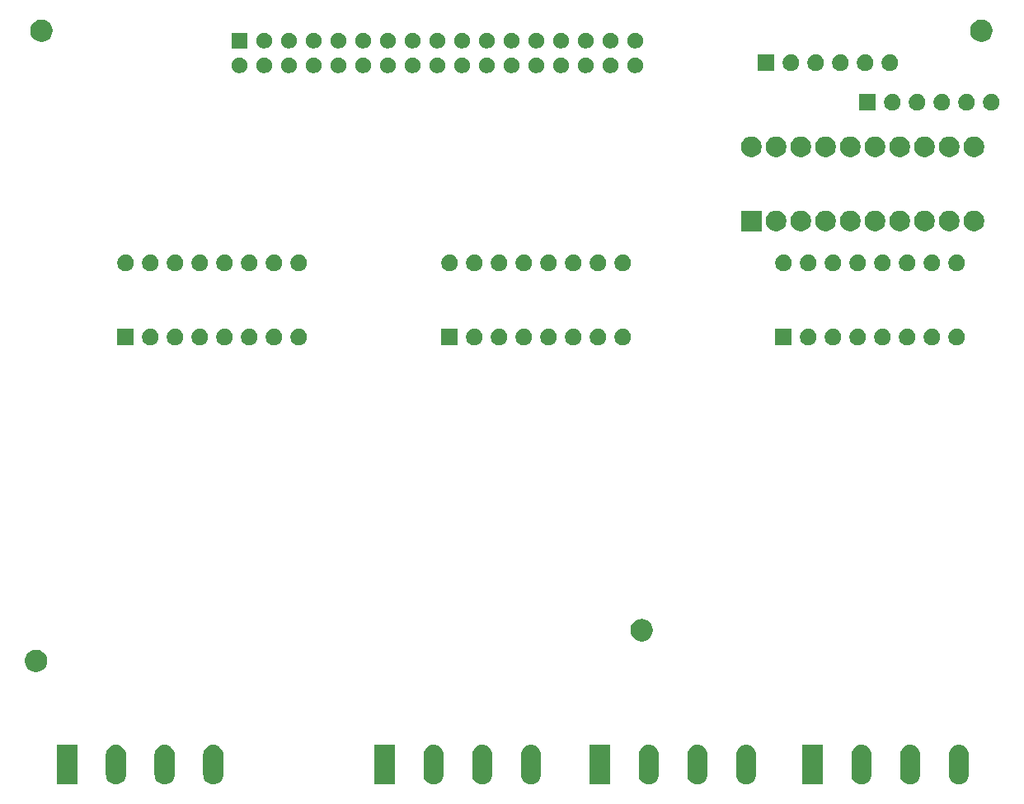
<source format=gbr>
%TF.GenerationSoftware,KiCad,Pcbnew,5.1.6-c6e7f7d~86~ubuntu18.04.1*%
%TF.CreationDate,2020-07-11T10:23:06+02:00*%
%TF.ProjectId,sboxnet-gbm,73626f78-6e65-4742-9d67-626d2e6b6963,rev?*%
%TF.SameCoordinates,Original*%
%TF.FileFunction,Soldermask,Top*%
%TF.FilePolarity,Negative*%
%FSLAX46Y46*%
G04 Gerber Fmt 4.6, Leading zero omitted, Abs format (unit mm)*
G04 Created by KiCad (PCBNEW 5.1.6-c6e7f7d~86~ubuntu18.04.1) date 2020-07-11 10:23:06*
%MOMM*%
%LPD*%
G01*
G04 APERTURE LIST*
%ADD10C,0.100000*%
G04 APERTURE END LIST*
D10*
G36*
X142741271Y-107712063D02*
G01*
X142937500Y-107771589D01*
X143118346Y-107868253D01*
X143159637Y-107902140D01*
X143276860Y-107998340D01*
X143406948Y-108156855D01*
X143503610Y-108337697D01*
X143503611Y-108337699D01*
X143563137Y-108533928D01*
X143578200Y-108686868D01*
X143578200Y-110769132D01*
X143563137Y-110922072D01*
X143503611Y-111118301D01*
X143503610Y-111118303D01*
X143406948Y-111299145D01*
X143276860Y-111457660D01*
X143118345Y-111587748D01*
X142937503Y-111684410D01*
X142937501Y-111684411D01*
X142741272Y-111743937D01*
X142537200Y-111764036D01*
X142333129Y-111743937D01*
X142136900Y-111684411D01*
X142136898Y-111684410D01*
X141956056Y-111587748D01*
X141797541Y-111457660D01*
X141667453Y-111299145D01*
X141570791Y-111118303D01*
X141570790Y-111118301D01*
X141511264Y-110922072D01*
X141496201Y-110769132D01*
X141496200Y-108686869D01*
X141511263Y-108533929D01*
X141570789Y-108337700D01*
X141667453Y-108156854D01*
X141701340Y-108115563D01*
X141797540Y-107998340D01*
X141956055Y-107868252D01*
X142136897Y-107771590D01*
X142136899Y-107771589D01*
X142333128Y-107712063D01*
X142537200Y-107691964D01*
X142741271Y-107712063D01*
G37*
G36*
X147741271Y-107712063D02*
G01*
X147937500Y-107771589D01*
X148118346Y-107868253D01*
X148159637Y-107902140D01*
X148276860Y-107998340D01*
X148406948Y-108156855D01*
X148503610Y-108337697D01*
X148503611Y-108337699D01*
X148563137Y-108533928D01*
X148578200Y-108686868D01*
X148578200Y-110769132D01*
X148563137Y-110922072D01*
X148503611Y-111118301D01*
X148503610Y-111118303D01*
X148406948Y-111299145D01*
X148276860Y-111457660D01*
X148118345Y-111587748D01*
X147937503Y-111684410D01*
X147937501Y-111684411D01*
X147741272Y-111743937D01*
X147537200Y-111764036D01*
X147333129Y-111743937D01*
X147136900Y-111684411D01*
X147136898Y-111684410D01*
X146956056Y-111587748D01*
X146797541Y-111457660D01*
X146667453Y-111299145D01*
X146570791Y-111118303D01*
X146570790Y-111118301D01*
X146511264Y-110922072D01*
X146496201Y-110769132D01*
X146496200Y-108686869D01*
X146511263Y-108533929D01*
X146570789Y-108337700D01*
X146667453Y-108156854D01*
X146701340Y-108115563D01*
X146797540Y-107998340D01*
X146956055Y-107868252D01*
X147136897Y-107771590D01*
X147136899Y-107771589D01*
X147333128Y-107712063D01*
X147537200Y-107691964D01*
X147741271Y-107712063D01*
G37*
G36*
X137741271Y-107712063D02*
G01*
X137937500Y-107771589D01*
X138118346Y-107868253D01*
X138159637Y-107902140D01*
X138276860Y-107998340D01*
X138406948Y-108156855D01*
X138503610Y-108337697D01*
X138503611Y-108337699D01*
X138563137Y-108533928D01*
X138578200Y-108686868D01*
X138578200Y-110769132D01*
X138563137Y-110922072D01*
X138503611Y-111118301D01*
X138503610Y-111118303D01*
X138406948Y-111299145D01*
X138276860Y-111457660D01*
X138118345Y-111587748D01*
X137937503Y-111684410D01*
X137937501Y-111684411D01*
X137741272Y-111743937D01*
X137537200Y-111764036D01*
X137333129Y-111743937D01*
X137136900Y-111684411D01*
X137136898Y-111684410D01*
X136956056Y-111587748D01*
X136797541Y-111457660D01*
X136667453Y-111299145D01*
X136570791Y-111118303D01*
X136570790Y-111118301D01*
X136511264Y-110922072D01*
X136496201Y-110769132D01*
X136496200Y-108686869D01*
X136511263Y-108533929D01*
X136570789Y-108337700D01*
X136667453Y-108156854D01*
X136701340Y-108115563D01*
X136797540Y-107998340D01*
X136956055Y-107868252D01*
X137136897Y-107771590D01*
X137136899Y-107771589D01*
X137333128Y-107712063D01*
X137537200Y-107691964D01*
X137741271Y-107712063D01*
G37*
G36*
X120897271Y-107712063D02*
G01*
X121093500Y-107771589D01*
X121274346Y-107868253D01*
X121315637Y-107902140D01*
X121432860Y-107998340D01*
X121562948Y-108156855D01*
X121659610Y-108337697D01*
X121659611Y-108337699D01*
X121719137Y-108533928D01*
X121734200Y-108686868D01*
X121734200Y-110769132D01*
X121719137Y-110922072D01*
X121659611Y-111118301D01*
X121659610Y-111118303D01*
X121562948Y-111299145D01*
X121432860Y-111457660D01*
X121274345Y-111587748D01*
X121093503Y-111684410D01*
X121093501Y-111684411D01*
X120897272Y-111743937D01*
X120693200Y-111764036D01*
X120489129Y-111743937D01*
X120292900Y-111684411D01*
X120292898Y-111684410D01*
X120112056Y-111587748D01*
X119953541Y-111457660D01*
X119823453Y-111299145D01*
X119726791Y-111118303D01*
X119726790Y-111118301D01*
X119667264Y-110922072D01*
X119652201Y-110769132D01*
X119652200Y-108686869D01*
X119667263Y-108533929D01*
X119726789Y-108337700D01*
X119823453Y-108156854D01*
X119857340Y-108115563D01*
X119953540Y-107998340D01*
X120112055Y-107868252D01*
X120292897Y-107771590D01*
X120292899Y-107771589D01*
X120489128Y-107712063D01*
X120693200Y-107691964D01*
X120897271Y-107712063D01*
G37*
G36*
X125897271Y-107712063D02*
G01*
X126093500Y-107771589D01*
X126274346Y-107868253D01*
X126315637Y-107902140D01*
X126432860Y-107998340D01*
X126562948Y-108156855D01*
X126659610Y-108337697D01*
X126659611Y-108337699D01*
X126719137Y-108533928D01*
X126734200Y-108686868D01*
X126734200Y-110769132D01*
X126719137Y-110922072D01*
X126659611Y-111118301D01*
X126659610Y-111118303D01*
X126562948Y-111299145D01*
X126432860Y-111457660D01*
X126274345Y-111587748D01*
X126093503Y-111684410D01*
X126093501Y-111684411D01*
X125897272Y-111743937D01*
X125693200Y-111764036D01*
X125489129Y-111743937D01*
X125292900Y-111684411D01*
X125292898Y-111684410D01*
X125112056Y-111587748D01*
X124953541Y-111457660D01*
X124823453Y-111299145D01*
X124726791Y-111118303D01*
X124726790Y-111118301D01*
X124667264Y-110922072D01*
X124652201Y-110769132D01*
X124652200Y-108686869D01*
X124667263Y-108533929D01*
X124726789Y-108337700D01*
X124823453Y-108156854D01*
X124857340Y-108115563D01*
X124953540Y-107998340D01*
X125112055Y-107868252D01*
X125292897Y-107771590D01*
X125292899Y-107771589D01*
X125489128Y-107712063D01*
X125693200Y-107691964D01*
X125897271Y-107712063D01*
G37*
G36*
X115897271Y-107712063D02*
G01*
X116093500Y-107771589D01*
X116274346Y-107868253D01*
X116315637Y-107902140D01*
X116432860Y-107998340D01*
X116562948Y-108156855D01*
X116659610Y-108337697D01*
X116659611Y-108337699D01*
X116719137Y-108533928D01*
X116734200Y-108686868D01*
X116734200Y-110769132D01*
X116719137Y-110922072D01*
X116659611Y-111118301D01*
X116659610Y-111118303D01*
X116562948Y-111299145D01*
X116432860Y-111457660D01*
X116274345Y-111587748D01*
X116093503Y-111684410D01*
X116093501Y-111684411D01*
X115897272Y-111743937D01*
X115693200Y-111764036D01*
X115489129Y-111743937D01*
X115292900Y-111684411D01*
X115292898Y-111684410D01*
X115112056Y-111587748D01*
X114953541Y-111457660D01*
X114823453Y-111299145D01*
X114726791Y-111118303D01*
X114726790Y-111118301D01*
X114667264Y-110922072D01*
X114652201Y-110769132D01*
X114652200Y-108686869D01*
X114667263Y-108533929D01*
X114726789Y-108337700D01*
X114823453Y-108156854D01*
X114857340Y-108115563D01*
X114953540Y-107998340D01*
X115112055Y-107868252D01*
X115292897Y-107771590D01*
X115292899Y-107771589D01*
X115489128Y-107712063D01*
X115693200Y-107691964D01*
X115897271Y-107712063D01*
G37*
G36*
X98799271Y-107712063D02*
G01*
X98995500Y-107771589D01*
X99176346Y-107868253D01*
X99217637Y-107902140D01*
X99334860Y-107998340D01*
X99464948Y-108156855D01*
X99561610Y-108337697D01*
X99561611Y-108337699D01*
X99621137Y-108533928D01*
X99636200Y-108686868D01*
X99636200Y-110769132D01*
X99621137Y-110922072D01*
X99561611Y-111118301D01*
X99561610Y-111118303D01*
X99464948Y-111299145D01*
X99334860Y-111457660D01*
X99176345Y-111587748D01*
X98995503Y-111684410D01*
X98995501Y-111684411D01*
X98799272Y-111743937D01*
X98595200Y-111764036D01*
X98391129Y-111743937D01*
X98194900Y-111684411D01*
X98194898Y-111684410D01*
X98014056Y-111587748D01*
X97855541Y-111457660D01*
X97725453Y-111299145D01*
X97628791Y-111118303D01*
X97628790Y-111118301D01*
X97569264Y-110922072D01*
X97554201Y-110769132D01*
X97554200Y-108686869D01*
X97569263Y-108533929D01*
X97628789Y-108337700D01*
X97725453Y-108156854D01*
X97759340Y-108115563D01*
X97855540Y-107998340D01*
X98014055Y-107868252D01*
X98194897Y-107771590D01*
X98194899Y-107771589D01*
X98391128Y-107712063D01*
X98595200Y-107691964D01*
X98799271Y-107712063D01*
G37*
G36*
X103799271Y-107712063D02*
G01*
X103995500Y-107771589D01*
X104176346Y-107868253D01*
X104217637Y-107902140D01*
X104334860Y-107998340D01*
X104464948Y-108156855D01*
X104561610Y-108337697D01*
X104561611Y-108337699D01*
X104621137Y-108533928D01*
X104636200Y-108686868D01*
X104636200Y-110769132D01*
X104621137Y-110922072D01*
X104561611Y-111118301D01*
X104561610Y-111118303D01*
X104464948Y-111299145D01*
X104334860Y-111457660D01*
X104176345Y-111587748D01*
X103995503Y-111684410D01*
X103995501Y-111684411D01*
X103799272Y-111743937D01*
X103595200Y-111764036D01*
X103391129Y-111743937D01*
X103194900Y-111684411D01*
X103194898Y-111684410D01*
X103014056Y-111587748D01*
X102855541Y-111457660D01*
X102725453Y-111299145D01*
X102628791Y-111118303D01*
X102628790Y-111118301D01*
X102569264Y-110922072D01*
X102554201Y-110769132D01*
X102554200Y-108686869D01*
X102569263Y-108533929D01*
X102628789Y-108337700D01*
X102725453Y-108156854D01*
X102759340Y-108115563D01*
X102855540Y-107998340D01*
X103014055Y-107868252D01*
X103194897Y-107771590D01*
X103194899Y-107771589D01*
X103391128Y-107712063D01*
X103595200Y-107691964D01*
X103799271Y-107712063D01*
G37*
G36*
X93799271Y-107712063D02*
G01*
X93995500Y-107771589D01*
X94176346Y-107868253D01*
X94217637Y-107902140D01*
X94334860Y-107998340D01*
X94464948Y-108156855D01*
X94561610Y-108337697D01*
X94561611Y-108337699D01*
X94621137Y-108533928D01*
X94636200Y-108686868D01*
X94636200Y-110769132D01*
X94621137Y-110922072D01*
X94561611Y-111118301D01*
X94561610Y-111118303D01*
X94464948Y-111299145D01*
X94334860Y-111457660D01*
X94176345Y-111587748D01*
X93995503Y-111684410D01*
X93995501Y-111684411D01*
X93799272Y-111743937D01*
X93595200Y-111764036D01*
X93391129Y-111743937D01*
X93194900Y-111684411D01*
X93194898Y-111684410D01*
X93014056Y-111587748D01*
X92855541Y-111457660D01*
X92725453Y-111299145D01*
X92628791Y-111118303D01*
X92628790Y-111118301D01*
X92569264Y-110922072D01*
X92554201Y-110769132D01*
X92554200Y-108686869D01*
X92569263Y-108533929D01*
X92628789Y-108337700D01*
X92725453Y-108156854D01*
X92759340Y-108115563D01*
X92855540Y-107998340D01*
X93014055Y-107868252D01*
X93194897Y-107771590D01*
X93194899Y-107771589D01*
X93391128Y-107712063D01*
X93595200Y-107691964D01*
X93799271Y-107712063D01*
G37*
G36*
X66185671Y-107712063D02*
G01*
X66381900Y-107771589D01*
X66562746Y-107868253D01*
X66604037Y-107902140D01*
X66721260Y-107998340D01*
X66851348Y-108156855D01*
X66948010Y-108337697D01*
X66948011Y-108337699D01*
X67007537Y-108533928D01*
X67022600Y-108686868D01*
X67022600Y-110769132D01*
X67007537Y-110922072D01*
X66948011Y-111118301D01*
X66948010Y-111118303D01*
X66851348Y-111299145D01*
X66721260Y-111457660D01*
X66562745Y-111587748D01*
X66381903Y-111684410D01*
X66381901Y-111684411D01*
X66185672Y-111743937D01*
X65981600Y-111764036D01*
X65777529Y-111743937D01*
X65581300Y-111684411D01*
X65581298Y-111684410D01*
X65400456Y-111587748D01*
X65241941Y-111457660D01*
X65111853Y-111299145D01*
X65015191Y-111118303D01*
X65015190Y-111118301D01*
X64955664Y-110922072D01*
X64940601Y-110769132D01*
X64940600Y-108686869D01*
X64955663Y-108533929D01*
X65015189Y-108337700D01*
X65111853Y-108156854D01*
X65145740Y-108115563D01*
X65241940Y-107998340D01*
X65400455Y-107868252D01*
X65581297Y-107771590D01*
X65581299Y-107771589D01*
X65777528Y-107712063D01*
X65981600Y-107691964D01*
X66185671Y-107712063D01*
G37*
G36*
X61185671Y-107712063D02*
G01*
X61381900Y-107771589D01*
X61562746Y-107868253D01*
X61604037Y-107902140D01*
X61721260Y-107998340D01*
X61851348Y-108156855D01*
X61948010Y-108337697D01*
X61948011Y-108337699D01*
X62007537Y-108533928D01*
X62022600Y-108686868D01*
X62022600Y-110769132D01*
X62007537Y-110922072D01*
X61948011Y-111118301D01*
X61948010Y-111118303D01*
X61851348Y-111299145D01*
X61721260Y-111457660D01*
X61562745Y-111587748D01*
X61381903Y-111684410D01*
X61381901Y-111684411D01*
X61185672Y-111743937D01*
X60981600Y-111764036D01*
X60777529Y-111743937D01*
X60581300Y-111684411D01*
X60581298Y-111684410D01*
X60400456Y-111587748D01*
X60241941Y-111457660D01*
X60111853Y-111299145D01*
X60015191Y-111118303D01*
X60015190Y-111118301D01*
X59955664Y-110922072D01*
X59940601Y-110769132D01*
X59940600Y-108686869D01*
X59955663Y-108533929D01*
X60015189Y-108337700D01*
X60111853Y-108156854D01*
X60145740Y-108115563D01*
X60241940Y-107998340D01*
X60400455Y-107868252D01*
X60581297Y-107771590D01*
X60581299Y-107771589D01*
X60777528Y-107712063D01*
X60981600Y-107691964D01*
X61185671Y-107712063D01*
G37*
G36*
X71185671Y-107712063D02*
G01*
X71381900Y-107771589D01*
X71562746Y-107868253D01*
X71604037Y-107902140D01*
X71721260Y-107998340D01*
X71851348Y-108156855D01*
X71948010Y-108337697D01*
X71948011Y-108337699D01*
X72007537Y-108533928D01*
X72022600Y-108686868D01*
X72022600Y-110769132D01*
X72007537Y-110922072D01*
X71948011Y-111118301D01*
X71948010Y-111118303D01*
X71851348Y-111299145D01*
X71721260Y-111457660D01*
X71562745Y-111587748D01*
X71381903Y-111684410D01*
X71381901Y-111684411D01*
X71185672Y-111743937D01*
X70981600Y-111764036D01*
X70777529Y-111743937D01*
X70581300Y-111684411D01*
X70581298Y-111684410D01*
X70400456Y-111587748D01*
X70241941Y-111457660D01*
X70111853Y-111299145D01*
X70015191Y-111118303D01*
X70015190Y-111118301D01*
X69955664Y-110922072D01*
X69940601Y-110769132D01*
X69940600Y-108686869D01*
X69955663Y-108533929D01*
X70015189Y-108337700D01*
X70111853Y-108156854D01*
X70145740Y-108115563D01*
X70241940Y-107998340D01*
X70400455Y-107868252D01*
X70581297Y-107771590D01*
X70581299Y-107771589D01*
X70777528Y-107712063D01*
X70981600Y-107691964D01*
X71185671Y-107712063D01*
G37*
G36*
X133578200Y-111759000D02*
G01*
X131496200Y-111759000D01*
X131496200Y-107697000D01*
X133578200Y-107697000D01*
X133578200Y-111759000D01*
G37*
G36*
X111734200Y-111759000D02*
G01*
X109652200Y-111759000D01*
X109652200Y-107697000D01*
X111734200Y-107697000D01*
X111734200Y-111759000D01*
G37*
G36*
X89636200Y-111759000D02*
G01*
X87554200Y-111759000D01*
X87554200Y-107697000D01*
X89636200Y-107697000D01*
X89636200Y-111759000D01*
G37*
G36*
X57022600Y-111759000D02*
G01*
X54940600Y-111759000D01*
X54940600Y-107697000D01*
X57022600Y-107697000D01*
X57022600Y-111759000D01*
G37*
G36*
X53005749Y-97931116D02*
G01*
X53116934Y-97953232D01*
X53326403Y-98039997D01*
X53514920Y-98165960D01*
X53675240Y-98326280D01*
X53801203Y-98514797D01*
X53887968Y-98724266D01*
X53932200Y-98946636D01*
X53932200Y-99173364D01*
X53887968Y-99395734D01*
X53801203Y-99605203D01*
X53675240Y-99793720D01*
X53514920Y-99954040D01*
X53326403Y-100080003D01*
X53116934Y-100166768D01*
X53005749Y-100188884D01*
X52894565Y-100211000D01*
X52667835Y-100211000D01*
X52556651Y-100188884D01*
X52445466Y-100166768D01*
X52235997Y-100080003D01*
X52047480Y-99954040D01*
X51887160Y-99793720D01*
X51761197Y-99605203D01*
X51674432Y-99395734D01*
X51630200Y-99173364D01*
X51630200Y-98946636D01*
X51674432Y-98724266D01*
X51761197Y-98514797D01*
X51887160Y-98326280D01*
X52047480Y-98165960D01*
X52235997Y-98039997D01*
X52445466Y-97953232D01*
X52556651Y-97931116D01*
X52667835Y-97909000D01*
X52894565Y-97909000D01*
X53005749Y-97931116D01*
G37*
G36*
X115184949Y-94781516D02*
G01*
X115296134Y-94803632D01*
X115505603Y-94890397D01*
X115694120Y-95016360D01*
X115854440Y-95176680D01*
X115980403Y-95365197D01*
X116067168Y-95574666D01*
X116111400Y-95797036D01*
X116111400Y-96023764D01*
X116067168Y-96246134D01*
X115980403Y-96455603D01*
X115854440Y-96644120D01*
X115694120Y-96804440D01*
X115505603Y-96930403D01*
X115296134Y-97017168D01*
X115184949Y-97039284D01*
X115073765Y-97061400D01*
X114847035Y-97061400D01*
X114735851Y-97039284D01*
X114624666Y-97017168D01*
X114415197Y-96930403D01*
X114226680Y-96804440D01*
X114066360Y-96644120D01*
X113940397Y-96455603D01*
X113853632Y-96246134D01*
X113809400Y-96023764D01*
X113809400Y-95797036D01*
X113853632Y-95574666D01*
X113940397Y-95365197D01*
X114066360Y-95176680D01*
X114226680Y-95016360D01*
X114415197Y-94890397D01*
X114624666Y-94803632D01*
X114735851Y-94781516D01*
X114847035Y-94759400D01*
X115073765Y-94759400D01*
X115184949Y-94781516D01*
G37*
G36*
X72384228Y-64967703D02*
G01*
X72539100Y-65031853D01*
X72678481Y-65124985D01*
X72797015Y-65243519D01*
X72890147Y-65382900D01*
X72954297Y-65537772D01*
X72987000Y-65702184D01*
X72987000Y-65869816D01*
X72954297Y-66034228D01*
X72890147Y-66189100D01*
X72797015Y-66328481D01*
X72678481Y-66447015D01*
X72539100Y-66540147D01*
X72384228Y-66604297D01*
X72219816Y-66637000D01*
X72052184Y-66637000D01*
X71887772Y-66604297D01*
X71732900Y-66540147D01*
X71593519Y-66447015D01*
X71474985Y-66328481D01*
X71381853Y-66189100D01*
X71317703Y-66034228D01*
X71285000Y-65869816D01*
X71285000Y-65702184D01*
X71317703Y-65537772D01*
X71381853Y-65382900D01*
X71474985Y-65243519D01*
X71593519Y-65124985D01*
X71732900Y-65031853D01*
X71887772Y-64967703D01*
X72052184Y-64935000D01*
X72219816Y-64935000D01*
X72384228Y-64967703D01*
G37*
G36*
X100578228Y-64967703D02*
G01*
X100733100Y-65031853D01*
X100872481Y-65124985D01*
X100991015Y-65243519D01*
X101084147Y-65382900D01*
X101148297Y-65537772D01*
X101181000Y-65702184D01*
X101181000Y-65869816D01*
X101148297Y-66034228D01*
X101084147Y-66189100D01*
X100991015Y-66328481D01*
X100872481Y-66447015D01*
X100733100Y-66540147D01*
X100578228Y-66604297D01*
X100413816Y-66637000D01*
X100246184Y-66637000D01*
X100081772Y-66604297D01*
X99926900Y-66540147D01*
X99787519Y-66447015D01*
X99668985Y-66328481D01*
X99575853Y-66189100D01*
X99511703Y-66034228D01*
X99479000Y-65869816D01*
X99479000Y-65702184D01*
X99511703Y-65537772D01*
X99575853Y-65382900D01*
X99668985Y-65243519D01*
X99787519Y-65124985D01*
X99926900Y-65031853D01*
X100081772Y-64967703D01*
X100246184Y-64935000D01*
X100413816Y-64935000D01*
X100578228Y-64967703D01*
G37*
G36*
X98038228Y-64967703D02*
G01*
X98193100Y-65031853D01*
X98332481Y-65124985D01*
X98451015Y-65243519D01*
X98544147Y-65382900D01*
X98608297Y-65537772D01*
X98641000Y-65702184D01*
X98641000Y-65869816D01*
X98608297Y-66034228D01*
X98544147Y-66189100D01*
X98451015Y-66328481D01*
X98332481Y-66447015D01*
X98193100Y-66540147D01*
X98038228Y-66604297D01*
X97873816Y-66637000D01*
X97706184Y-66637000D01*
X97541772Y-66604297D01*
X97386900Y-66540147D01*
X97247519Y-66447015D01*
X97128985Y-66328481D01*
X97035853Y-66189100D01*
X96971703Y-66034228D01*
X96939000Y-65869816D01*
X96939000Y-65702184D01*
X96971703Y-65537772D01*
X97035853Y-65382900D01*
X97128985Y-65243519D01*
X97247519Y-65124985D01*
X97386900Y-65031853D01*
X97541772Y-64967703D01*
X97706184Y-64935000D01*
X97873816Y-64935000D01*
X98038228Y-64967703D01*
G37*
G36*
X96101000Y-66637000D02*
G01*
X94399000Y-66637000D01*
X94399000Y-64935000D01*
X96101000Y-64935000D01*
X96101000Y-66637000D01*
G37*
G36*
X80004228Y-64967703D02*
G01*
X80159100Y-65031853D01*
X80298481Y-65124985D01*
X80417015Y-65243519D01*
X80510147Y-65382900D01*
X80574297Y-65537772D01*
X80607000Y-65702184D01*
X80607000Y-65869816D01*
X80574297Y-66034228D01*
X80510147Y-66189100D01*
X80417015Y-66328481D01*
X80298481Y-66447015D01*
X80159100Y-66540147D01*
X80004228Y-66604297D01*
X79839816Y-66637000D01*
X79672184Y-66637000D01*
X79507772Y-66604297D01*
X79352900Y-66540147D01*
X79213519Y-66447015D01*
X79094985Y-66328481D01*
X79001853Y-66189100D01*
X78937703Y-66034228D01*
X78905000Y-65869816D01*
X78905000Y-65702184D01*
X78937703Y-65537772D01*
X79001853Y-65382900D01*
X79094985Y-65243519D01*
X79213519Y-65124985D01*
X79352900Y-65031853D01*
X79507772Y-64967703D01*
X79672184Y-64935000D01*
X79839816Y-64935000D01*
X80004228Y-64967703D01*
G37*
G36*
X77464228Y-64967703D02*
G01*
X77619100Y-65031853D01*
X77758481Y-65124985D01*
X77877015Y-65243519D01*
X77970147Y-65382900D01*
X78034297Y-65537772D01*
X78067000Y-65702184D01*
X78067000Y-65869816D01*
X78034297Y-66034228D01*
X77970147Y-66189100D01*
X77877015Y-66328481D01*
X77758481Y-66447015D01*
X77619100Y-66540147D01*
X77464228Y-66604297D01*
X77299816Y-66637000D01*
X77132184Y-66637000D01*
X76967772Y-66604297D01*
X76812900Y-66540147D01*
X76673519Y-66447015D01*
X76554985Y-66328481D01*
X76461853Y-66189100D01*
X76397703Y-66034228D01*
X76365000Y-65869816D01*
X76365000Y-65702184D01*
X76397703Y-65537772D01*
X76461853Y-65382900D01*
X76554985Y-65243519D01*
X76673519Y-65124985D01*
X76812900Y-65031853D01*
X76967772Y-64967703D01*
X77132184Y-64935000D01*
X77299816Y-64935000D01*
X77464228Y-64967703D01*
G37*
G36*
X74924228Y-64967703D02*
G01*
X75079100Y-65031853D01*
X75218481Y-65124985D01*
X75337015Y-65243519D01*
X75430147Y-65382900D01*
X75494297Y-65537772D01*
X75527000Y-65702184D01*
X75527000Y-65869816D01*
X75494297Y-66034228D01*
X75430147Y-66189100D01*
X75337015Y-66328481D01*
X75218481Y-66447015D01*
X75079100Y-66540147D01*
X74924228Y-66604297D01*
X74759816Y-66637000D01*
X74592184Y-66637000D01*
X74427772Y-66604297D01*
X74272900Y-66540147D01*
X74133519Y-66447015D01*
X74014985Y-66328481D01*
X73921853Y-66189100D01*
X73857703Y-66034228D01*
X73825000Y-65869816D01*
X73825000Y-65702184D01*
X73857703Y-65537772D01*
X73921853Y-65382900D01*
X74014985Y-65243519D01*
X74133519Y-65124985D01*
X74272900Y-65031853D01*
X74427772Y-64967703D01*
X74592184Y-64935000D01*
X74759816Y-64935000D01*
X74924228Y-64967703D01*
G37*
G36*
X69844228Y-64967703D02*
G01*
X69999100Y-65031853D01*
X70138481Y-65124985D01*
X70257015Y-65243519D01*
X70350147Y-65382900D01*
X70414297Y-65537772D01*
X70447000Y-65702184D01*
X70447000Y-65869816D01*
X70414297Y-66034228D01*
X70350147Y-66189100D01*
X70257015Y-66328481D01*
X70138481Y-66447015D01*
X69999100Y-66540147D01*
X69844228Y-66604297D01*
X69679816Y-66637000D01*
X69512184Y-66637000D01*
X69347772Y-66604297D01*
X69192900Y-66540147D01*
X69053519Y-66447015D01*
X68934985Y-66328481D01*
X68841853Y-66189100D01*
X68777703Y-66034228D01*
X68745000Y-65869816D01*
X68745000Y-65702184D01*
X68777703Y-65537772D01*
X68841853Y-65382900D01*
X68934985Y-65243519D01*
X69053519Y-65124985D01*
X69192900Y-65031853D01*
X69347772Y-64967703D01*
X69512184Y-64935000D01*
X69679816Y-64935000D01*
X69844228Y-64967703D01*
G37*
G36*
X103118228Y-64967703D02*
G01*
X103273100Y-65031853D01*
X103412481Y-65124985D01*
X103531015Y-65243519D01*
X103624147Y-65382900D01*
X103688297Y-65537772D01*
X103721000Y-65702184D01*
X103721000Y-65869816D01*
X103688297Y-66034228D01*
X103624147Y-66189100D01*
X103531015Y-66328481D01*
X103412481Y-66447015D01*
X103273100Y-66540147D01*
X103118228Y-66604297D01*
X102953816Y-66637000D01*
X102786184Y-66637000D01*
X102621772Y-66604297D01*
X102466900Y-66540147D01*
X102327519Y-66447015D01*
X102208985Y-66328481D01*
X102115853Y-66189100D01*
X102051703Y-66034228D01*
X102019000Y-65869816D01*
X102019000Y-65702184D01*
X102051703Y-65537772D01*
X102115853Y-65382900D01*
X102208985Y-65243519D01*
X102327519Y-65124985D01*
X102466900Y-65031853D01*
X102621772Y-64967703D01*
X102786184Y-64935000D01*
X102953816Y-64935000D01*
X103118228Y-64967703D01*
G37*
G36*
X64764228Y-64967703D02*
G01*
X64919100Y-65031853D01*
X65058481Y-65124985D01*
X65177015Y-65243519D01*
X65270147Y-65382900D01*
X65334297Y-65537772D01*
X65367000Y-65702184D01*
X65367000Y-65869816D01*
X65334297Y-66034228D01*
X65270147Y-66189100D01*
X65177015Y-66328481D01*
X65058481Y-66447015D01*
X64919100Y-66540147D01*
X64764228Y-66604297D01*
X64599816Y-66637000D01*
X64432184Y-66637000D01*
X64267772Y-66604297D01*
X64112900Y-66540147D01*
X63973519Y-66447015D01*
X63854985Y-66328481D01*
X63761853Y-66189100D01*
X63697703Y-66034228D01*
X63665000Y-65869816D01*
X63665000Y-65702184D01*
X63697703Y-65537772D01*
X63761853Y-65382900D01*
X63854985Y-65243519D01*
X63973519Y-65124985D01*
X64112900Y-65031853D01*
X64267772Y-64967703D01*
X64432184Y-64935000D01*
X64599816Y-64935000D01*
X64764228Y-64967703D01*
G37*
G36*
X62827000Y-66637000D02*
G01*
X61125000Y-66637000D01*
X61125000Y-64935000D01*
X62827000Y-64935000D01*
X62827000Y-66637000D01*
G37*
G36*
X67304228Y-64967703D02*
G01*
X67459100Y-65031853D01*
X67598481Y-65124985D01*
X67717015Y-65243519D01*
X67810147Y-65382900D01*
X67874297Y-65537772D01*
X67907000Y-65702184D01*
X67907000Y-65869816D01*
X67874297Y-66034228D01*
X67810147Y-66189100D01*
X67717015Y-66328481D01*
X67598481Y-66447015D01*
X67459100Y-66540147D01*
X67304228Y-66604297D01*
X67139816Y-66637000D01*
X66972184Y-66637000D01*
X66807772Y-66604297D01*
X66652900Y-66540147D01*
X66513519Y-66447015D01*
X66394985Y-66328481D01*
X66301853Y-66189100D01*
X66237703Y-66034228D01*
X66205000Y-65869816D01*
X66205000Y-65702184D01*
X66237703Y-65537772D01*
X66301853Y-65382900D01*
X66394985Y-65243519D01*
X66513519Y-65124985D01*
X66652900Y-65031853D01*
X66807772Y-64967703D01*
X66972184Y-64935000D01*
X67139816Y-64935000D01*
X67304228Y-64967703D01*
G37*
G36*
X142488228Y-64967703D02*
G01*
X142643100Y-65031853D01*
X142782481Y-65124985D01*
X142901015Y-65243519D01*
X142994147Y-65382900D01*
X143058297Y-65537772D01*
X143091000Y-65702184D01*
X143091000Y-65869816D01*
X143058297Y-66034228D01*
X142994147Y-66189100D01*
X142901015Y-66328481D01*
X142782481Y-66447015D01*
X142643100Y-66540147D01*
X142488228Y-66604297D01*
X142323816Y-66637000D01*
X142156184Y-66637000D01*
X141991772Y-66604297D01*
X141836900Y-66540147D01*
X141697519Y-66447015D01*
X141578985Y-66328481D01*
X141485853Y-66189100D01*
X141421703Y-66034228D01*
X141389000Y-65869816D01*
X141389000Y-65702184D01*
X141421703Y-65537772D01*
X141485853Y-65382900D01*
X141578985Y-65243519D01*
X141697519Y-65124985D01*
X141836900Y-65031853D01*
X141991772Y-64967703D01*
X142156184Y-64935000D01*
X142323816Y-64935000D01*
X142488228Y-64967703D01*
G37*
G36*
X145028228Y-64967703D02*
G01*
X145183100Y-65031853D01*
X145322481Y-65124985D01*
X145441015Y-65243519D01*
X145534147Y-65382900D01*
X145598297Y-65537772D01*
X145631000Y-65702184D01*
X145631000Y-65869816D01*
X145598297Y-66034228D01*
X145534147Y-66189100D01*
X145441015Y-66328481D01*
X145322481Y-66447015D01*
X145183100Y-66540147D01*
X145028228Y-66604297D01*
X144863816Y-66637000D01*
X144696184Y-66637000D01*
X144531772Y-66604297D01*
X144376900Y-66540147D01*
X144237519Y-66447015D01*
X144118985Y-66328481D01*
X144025853Y-66189100D01*
X143961703Y-66034228D01*
X143929000Y-65869816D01*
X143929000Y-65702184D01*
X143961703Y-65537772D01*
X144025853Y-65382900D01*
X144118985Y-65243519D01*
X144237519Y-65124985D01*
X144376900Y-65031853D01*
X144531772Y-64967703D01*
X144696184Y-64935000D01*
X144863816Y-64935000D01*
X145028228Y-64967703D01*
G37*
G36*
X108198228Y-64967703D02*
G01*
X108353100Y-65031853D01*
X108492481Y-65124985D01*
X108611015Y-65243519D01*
X108704147Y-65382900D01*
X108768297Y-65537772D01*
X108801000Y-65702184D01*
X108801000Y-65869816D01*
X108768297Y-66034228D01*
X108704147Y-66189100D01*
X108611015Y-66328481D01*
X108492481Y-66447015D01*
X108353100Y-66540147D01*
X108198228Y-66604297D01*
X108033816Y-66637000D01*
X107866184Y-66637000D01*
X107701772Y-66604297D01*
X107546900Y-66540147D01*
X107407519Y-66447015D01*
X107288985Y-66328481D01*
X107195853Y-66189100D01*
X107131703Y-66034228D01*
X107099000Y-65869816D01*
X107099000Y-65702184D01*
X107131703Y-65537772D01*
X107195853Y-65382900D01*
X107288985Y-65243519D01*
X107407519Y-65124985D01*
X107546900Y-65031853D01*
X107701772Y-64967703D01*
X107866184Y-64935000D01*
X108033816Y-64935000D01*
X108198228Y-64967703D01*
G37*
G36*
X110738228Y-64967703D02*
G01*
X110893100Y-65031853D01*
X111032481Y-65124985D01*
X111151015Y-65243519D01*
X111244147Y-65382900D01*
X111308297Y-65537772D01*
X111341000Y-65702184D01*
X111341000Y-65869816D01*
X111308297Y-66034228D01*
X111244147Y-66189100D01*
X111151015Y-66328481D01*
X111032481Y-66447015D01*
X110893100Y-66540147D01*
X110738228Y-66604297D01*
X110573816Y-66637000D01*
X110406184Y-66637000D01*
X110241772Y-66604297D01*
X110086900Y-66540147D01*
X109947519Y-66447015D01*
X109828985Y-66328481D01*
X109735853Y-66189100D01*
X109671703Y-66034228D01*
X109639000Y-65869816D01*
X109639000Y-65702184D01*
X109671703Y-65537772D01*
X109735853Y-65382900D01*
X109828985Y-65243519D01*
X109947519Y-65124985D01*
X110086900Y-65031853D01*
X110241772Y-64967703D01*
X110406184Y-64935000D01*
X110573816Y-64935000D01*
X110738228Y-64967703D01*
G37*
G36*
X113278228Y-64967703D02*
G01*
X113433100Y-65031853D01*
X113572481Y-65124985D01*
X113691015Y-65243519D01*
X113784147Y-65382900D01*
X113848297Y-65537772D01*
X113881000Y-65702184D01*
X113881000Y-65869816D01*
X113848297Y-66034228D01*
X113784147Y-66189100D01*
X113691015Y-66328481D01*
X113572481Y-66447015D01*
X113433100Y-66540147D01*
X113278228Y-66604297D01*
X113113816Y-66637000D01*
X112946184Y-66637000D01*
X112781772Y-66604297D01*
X112626900Y-66540147D01*
X112487519Y-66447015D01*
X112368985Y-66328481D01*
X112275853Y-66189100D01*
X112211703Y-66034228D01*
X112179000Y-65869816D01*
X112179000Y-65702184D01*
X112211703Y-65537772D01*
X112275853Y-65382900D01*
X112368985Y-65243519D01*
X112487519Y-65124985D01*
X112626900Y-65031853D01*
X112781772Y-64967703D01*
X112946184Y-64935000D01*
X113113816Y-64935000D01*
X113278228Y-64967703D01*
G37*
G36*
X132328228Y-64967703D02*
G01*
X132483100Y-65031853D01*
X132622481Y-65124985D01*
X132741015Y-65243519D01*
X132834147Y-65382900D01*
X132898297Y-65537772D01*
X132931000Y-65702184D01*
X132931000Y-65869816D01*
X132898297Y-66034228D01*
X132834147Y-66189100D01*
X132741015Y-66328481D01*
X132622481Y-66447015D01*
X132483100Y-66540147D01*
X132328228Y-66604297D01*
X132163816Y-66637000D01*
X131996184Y-66637000D01*
X131831772Y-66604297D01*
X131676900Y-66540147D01*
X131537519Y-66447015D01*
X131418985Y-66328481D01*
X131325853Y-66189100D01*
X131261703Y-66034228D01*
X131229000Y-65869816D01*
X131229000Y-65702184D01*
X131261703Y-65537772D01*
X131325853Y-65382900D01*
X131418985Y-65243519D01*
X131537519Y-65124985D01*
X131676900Y-65031853D01*
X131831772Y-64967703D01*
X131996184Y-64935000D01*
X132163816Y-64935000D01*
X132328228Y-64967703D01*
G37*
G36*
X130391000Y-66637000D02*
G01*
X128689000Y-66637000D01*
X128689000Y-64935000D01*
X130391000Y-64935000D01*
X130391000Y-66637000D01*
G37*
G36*
X105658228Y-64967703D02*
G01*
X105813100Y-65031853D01*
X105952481Y-65124985D01*
X106071015Y-65243519D01*
X106164147Y-65382900D01*
X106228297Y-65537772D01*
X106261000Y-65702184D01*
X106261000Y-65869816D01*
X106228297Y-66034228D01*
X106164147Y-66189100D01*
X106071015Y-66328481D01*
X105952481Y-66447015D01*
X105813100Y-66540147D01*
X105658228Y-66604297D01*
X105493816Y-66637000D01*
X105326184Y-66637000D01*
X105161772Y-66604297D01*
X105006900Y-66540147D01*
X104867519Y-66447015D01*
X104748985Y-66328481D01*
X104655853Y-66189100D01*
X104591703Y-66034228D01*
X104559000Y-65869816D01*
X104559000Y-65702184D01*
X104591703Y-65537772D01*
X104655853Y-65382900D01*
X104748985Y-65243519D01*
X104867519Y-65124985D01*
X105006900Y-65031853D01*
X105161772Y-64967703D01*
X105326184Y-64935000D01*
X105493816Y-64935000D01*
X105658228Y-64967703D01*
G37*
G36*
X147568228Y-64967703D02*
G01*
X147723100Y-65031853D01*
X147862481Y-65124985D01*
X147981015Y-65243519D01*
X148074147Y-65382900D01*
X148138297Y-65537772D01*
X148171000Y-65702184D01*
X148171000Y-65869816D01*
X148138297Y-66034228D01*
X148074147Y-66189100D01*
X147981015Y-66328481D01*
X147862481Y-66447015D01*
X147723100Y-66540147D01*
X147568228Y-66604297D01*
X147403816Y-66637000D01*
X147236184Y-66637000D01*
X147071772Y-66604297D01*
X146916900Y-66540147D01*
X146777519Y-66447015D01*
X146658985Y-66328481D01*
X146565853Y-66189100D01*
X146501703Y-66034228D01*
X146469000Y-65869816D01*
X146469000Y-65702184D01*
X146501703Y-65537772D01*
X146565853Y-65382900D01*
X146658985Y-65243519D01*
X146777519Y-65124985D01*
X146916900Y-65031853D01*
X147071772Y-64967703D01*
X147236184Y-64935000D01*
X147403816Y-64935000D01*
X147568228Y-64967703D01*
G37*
G36*
X134868228Y-64967703D02*
G01*
X135023100Y-65031853D01*
X135162481Y-65124985D01*
X135281015Y-65243519D01*
X135374147Y-65382900D01*
X135438297Y-65537772D01*
X135471000Y-65702184D01*
X135471000Y-65869816D01*
X135438297Y-66034228D01*
X135374147Y-66189100D01*
X135281015Y-66328481D01*
X135162481Y-66447015D01*
X135023100Y-66540147D01*
X134868228Y-66604297D01*
X134703816Y-66637000D01*
X134536184Y-66637000D01*
X134371772Y-66604297D01*
X134216900Y-66540147D01*
X134077519Y-66447015D01*
X133958985Y-66328481D01*
X133865853Y-66189100D01*
X133801703Y-66034228D01*
X133769000Y-65869816D01*
X133769000Y-65702184D01*
X133801703Y-65537772D01*
X133865853Y-65382900D01*
X133958985Y-65243519D01*
X134077519Y-65124985D01*
X134216900Y-65031853D01*
X134371772Y-64967703D01*
X134536184Y-64935000D01*
X134703816Y-64935000D01*
X134868228Y-64967703D01*
G37*
G36*
X137408228Y-64967703D02*
G01*
X137563100Y-65031853D01*
X137702481Y-65124985D01*
X137821015Y-65243519D01*
X137914147Y-65382900D01*
X137978297Y-65537772D01*
X138011000Y-65702184D01*
X138011000Y-65869816D01*
X137978297Y-66034228D01*
X137914147Y-66189100D01*
X137821015Y-66328481D01*
X137702481Y-66447015D01*
X137563100Y-66540147D01*
X137408228Y-66604297D01*
X137243816Y-66637000D01*
X137076184Y-66637000D01*
X136911772Y-66604297D01*
X136756900Y-66540147D01*
X136617519Y-66447015D01*
X136498985Y-66328481D01*
X136405853Y-66189100D01*
X136341703Y-66034228D01*
X136309000Y-65869816D01*
X136309000Y-65702184D01*
X136341703Y-65537772D01*
X136405853Y-65382900D01*
X136498985Y-65243519D01*
X136617519Y-65124985D01*
X136756900Y-65031853D01*
X136911772Y-64967703D01*
X137076184Y-64935000D01*
X137243816Y-64935000D01*
X137408228Y-64967703D01*
G37*
G36*
X139948228Y-64967703D02*
G01*
X140103100Y-65031853D01*
X140242481Y-65124985D01*
X140361015Y-65243519D01*
X140454147Y-65382900D01*
X140518297Y-65537772D01*
X140551000Y-65702184D01*
X140551000Y-65869816D01*
X140518297Y-66034228D01*
X140454147Y-66189100D01*
X140361015Y-66328481D01*
X140242481Y-66447015D01*
X140103100Y-66540147D01*
X139948228Y-66604297D01*
X139783816Y-66637000D01*
X139616184Y-66637000D01*
X139451772Y-66604297D01*
X139296900Y-66540147D01*
X139157519Y-66447015D01*
X139038985Y-66328481D01*
X138945853Y-66189100D01*
X138881703Y-66034228D01*
X138849000Y-65869816D01*
X138849000Y-65702184D01*
X138881703Y-65537772D01*
X138945853Y-65382900D01*
X139038985Y-65243519D01*
X139157519Y-65124985D01*
X139296900Y-65031853D01*
X139451772Y-64967703D01*
X139616184Y-64935000D01*
X139783816Y-64935000D01*
X139948228Y-64967703D01*
G37*
G36*
X105658228Y-57347703D02*
G01*
X105813100Y-57411853D01*
X105952481Y-57504985D01*
X106071015Y-57623519D01*
X106164147Y-57762900D01*
X106228297Y-57917772D01*
X106261000Y-58082184D01*
X106261000Y-58249816D01*
X106228297Y-58414228D01*
X106164147Y-58569100D01*
X106071015Y-58708481D01*
X105952481Y-58827015D01*
X105813100Y-58920147D01*
X105658228Y-58984297D01*
X105493816Y-59017000D01*
X105326184Y-59017000D01*
X105161772Y-58984297D01*
X105006900Y-58920147D01*
X104867519Y-58827015D01*
X104748985Y-58708481D01*
X104655853Y-58569100D01*
X104591703Y-58414228D01*
X104559000Y-58249816D01*
X104559000Y-58082184D01*
X104591703Y-57917772D01*
X104655853Y-57762900D01*
X104748985Y-57623519D01*
X104867519Y-57504985D01*
X105006900Y-57411853D01*
X105161772Y-57347703D01*
X105326184Y-57315000D01*
X105493816Y-57315000D01*
X105658228Y-57347703D01*
G37*
G36*
X62224228Y-57347703D02*
G01*
X62379100Y-57411853D01*
X62518481Y-57504985D01*
X62637015Y-57623519D01*
X62730147Y-57762900D01*
X62794297Y-57917772D01*
X62827000Y-58082184D01*
X62827000Y-58249816D01*
X62794297Y-58414228D01*
X62730147Y-58569100D01*
X62637015Y-58708481D01*
X62518481Y-58827015D01*
X62379100Y-58920147D01*
X62224228Y-58984297D01*
X62059816Y-59017000D01*
X61892184Y-59017000D01*
X61727772Y-58984297D01*
X61572900Y-58920147D01*
X61433519Y-58827015D01*
X61314985Y-58708481D01*
X61221853Y-58569100D01*
X61157703Y-58414228D01*
X61125000Y-58249816D01*
X61125000Y-58082184D01*
X61157703Y-57917772D01*
X61221853Y-57762900D01*
X61314985Y-57623519D01*
X61433519Y-57504985D01*
X61572900Y-57411853D01*
X61727772Y-57347703D01*
X61892184Y-57315000D01*
X62059816Y-57315000D01*
X62224228Y-57347703D01*
G37*
G36*
X142488228Y-57347703D02*
G01*
X142643100Y-57411853D01*
X142782481Y-57504985D01*
X142901015Y-57623519D01*
X142994147Y-57762900D01*
X143058297Y-57917772D01*
X143091000Y-58082184D01*
X143091000Y-58249816D01*
X143058297Y-58414228D01*
X142994147Y-58569100D01*
X142901015Y-58708481D01*
X142782481Y-58827015D01*
X142643100Y-58920147D01*
X142488228Y-58984297D01*
X142323816Y-59017000D01*
X142156184Y-59017000D01*
X141991772Y-58984297D01*
X141836900Y-58920147D01*
X141697519Y-58827015D01*
X141578985Y-58708481D01*
X141485853Y-58569100D01*
X141421703Y-58414228D01*
X141389000Y-58249816D01*
X141389000Y-58082184D01*
X141421703Y-57917772D01*
X141485853Y-57762900D01*
X141578985Y-57623519D01*
X141697519Y-57504985D01*
X141836900Y-57411853D01*
X141991772Y-57347703D01*
X142156184Y-57315000D01*
X142323816Y-57315000D01*
X142488228Y-57347703D01*
G37*
G36*
X145028228Y-57347703D02*
G01*
X145183100Y-57411853D01*
X145322481Y-57504985D01*
X145441015Y-57623519D01*
X145534147Y-57762900D01*
X145598297Y-57917772D01*
X145631000Y-58082184D01*
X145631000Y-58249816D01*
X145598297Y-58414228D01*
X145534147Y-58569100D01*
X145441015Y-58708481D01*
X145322481Y-58827015D01*
X145183100Y-58920147D01*
X145028228Y-58984297D01*
X144863816Y-59017000D01*
X144696184Y-59017000D01*
X144531772Y-58984297D01*
X144376900Y-58920147D01*
X144237519Y-58827015D01*
X144118985Y-58708481D01*
X144025853Y-58569100D01*
X143961703Y-58414228D01*
X143929000Y-58249816D01*
X143929000Y-58082184D01*
X143961703Y-57917772D01*
X144025853Y-57762900D01*
X144118985Y-57623519D01*
X144237519Y-57504985D01*
X144376900Y-57411853D01*
X144531772Y-57347703D01*
X144696184Y-57315000D01*
X144863816Y-57315000D01*
X145028228Y-57347703D01*
G37*
G36*
X139948228Y-57347703D02*
G01*
X140103100Y-57411853D01*
X140242481Y-57504985D01*
X140361015Y-57623519D01*
X140454147Y-57762900D01*
X140518297Y-57917772D01*
X140551000Y-58082184D01*
X140551000Y-58249816D01*
X140518297Y-58414228D01*
X140454147Y-58569100D01*
X140361015Y-58708481D01*
X140242481Y-58827015D01*
X140103100Y-58920147D01*
X139948228Y-58984297D01*
X139783816Y-59017000D01*
X139616184Y-59017000D01*
X139451772Y-58984297D01*
X139296900Y-58920147D01*
X139157519Y-58827015D01*
X139038985Y-58708481D01*
X138945853Y-58569100D01*
X138881703Y-58414228D01*
X138849000Y-58249816D01*
X138849000Y-58082184D01*
X138881703Y-57917772D01*
X138945853Y-57762900D01*
X139038985Y-57623519D01*
X139157519Y-57504985D01*
X139296900Y-57411853D01*
X139451772Y-57347703D01*
X139616184Y-57315000D01*
X139783816Y-57315000D01*
X139948228Y-57347703D01*
G37*
G36*
X137408228Y-57347703D02*
G01*
X137563100Y-57411853D01*
X137702481Y-57504985D01*
X137821015Y-57623519D01*
X137914147Y-57762900D01*
X137978297Y-57917772D01*
X138011000Y-58082184D01*
X138011000Y-58249816D01*
X137978297Y-58414228D01*
X137914147Y-58569100D01*
X137821015Y-58708481D01*
X137702481Y-58827015D01*
X137563100Y-58920147D01*
X137408228Y-58984297D01*
X137243816Y-59017000D01*
X137076184Y-59017000D01*
X136911772Y-58984297D01*
X136756900Y-58920147D01*
X136617519Y-58827015D01*
X136498985Y-58708481D01*
X136405853Y-58569100D01*
X136341703Y-58414228D01*
X136309000Y-58249816D01*
X136309000Y-58082184D01*
X136341703Y-57917772D01*
X136405853Y-57762900D01*
X136498985Y-57623519D01*
X136617519Y-57504985D01*
X136756900Y-57411853D01*
X136911772Y-57347703D01*
X137076184Y-57315000D01*
X137243816Y-57315000D01*
X137408228Y-57347703D01*
G37*
G36*
X134868228Y-57347703D02*
G01*
X135023100Y-57411853D01*
X135162481Y-57504985D01*
X135281015Y-57623519D01*
X135374147Y-57762900D01*
X135438297Y-57917772D01*
X135471000Y-58082184D01*
X135471000Y-58249816D01*
X135438297Y-58414228D01*
X135374147Y-58569100D01*
X135281015Y-58708481D01*
X135162481Y-58827015D01*
X135023100Y-58920147D01*
X134868228Y-58984297D01*
X134703816Y-59017000D01*
X134536184Y-59017000D01*
X134371772Y-58984297D01*
X134216900Y-58920147D01*
X134077519Y-58827015D01*
X133958985Y-58708481D01*
X133865853Y-58569100D01*
X133801703Y-58414228D01*
X133769000Y-58249816D01*
X133769000Y-58082184D01*
X133801703Y-57917772D01*
X133865853Y-57762900D01*
X133958985Y-57623519D01*
X134077519Y-57504985D01*
X134216900Y-57411853D01*
X134371772Y-57347703D01*
X134536184Y-57315000D01*
X134703816Y-57315000D01*
X134868228Y-57347703D01*
G37*
G36*
X132328228Y-57347703D02*
G01*
X132483100Y-57411853D01*
X132622481Y-57504985D01*
X132741015Y-57623519D01*
X132834147Y-57762900D01*
X132898297Y-57917772D01*
X132931000Y-58082184D01*
X132931000Y-58249816D01*
X132898297Y-58414228D01*
X132834147Y-58569100D01*
X132741015Y-58708481D01*
X132622481Y-58827015D01*
X132483100Y-58920147D01*
X132328228Y-58984297D01*
X132163816Y-59017000D01*
X131996184Y-59017000D01*
X131831772Y-58984297D01*
X131676900Y-58920147D01*
X131537519Y-58827015D01*
X131418985Y-58708481D01*
X131325853Y-58569100D01*
X131261703Y-58414228D01*
X131229000Y-58249816D01*
X131229000Y-58082184D01*
X131261703Y-57917772D01*
X131325853Y-57762900D01*
X131418985Y-57623519D01*
X131537519Y-57504985D01*
X131676900Y-57411853D01*
X131831772Y-57347703D01*
X131996184Y-57315000D01*
X132163816Y-57315000D01*
X132328228Y-57347703D01*
G37*
G36*
X129788228Y-57347703D02*
G01*
X129943100Y-57411853D01*
X130082481Y-57504985D01*
X130201015Y-57623519D01*
X130294147Y-57762900D01*
X130358297Y-57917772D01*
X130391000Y-58082184D01*
X130391000Y-58249816D01*
X130358297Y-58414228D01*
X130294147Y-58569100D01*
X130201015Y-58708481D01*
X130082481Y-58827015D01*
X129943100Y-58920147D01*
X129788228Y-58984297D01*
X129623816Y-59017000D01*
X129456184Y-59017000D01*
X129291772Y-58984297D01*
X129136900Y-58920147D01*
X128997519Y-58827015D01*
X128878985Y-58708481D01*
X128785853Y-58569100D01*
X128721703Y-58414228D01*
X128689000Y-58249816D01*
X128689000Y-58082184D01*
X128721703Y-57917772D01*
X128785853Y-57762900D01*
X128878985Y-57623519D01*
X128997519Y-57504985D01*
X129136900Y-57411853D01*
X129291772Y-57347703D01*
X129456184Y-57315000D01*
X129623816Y-57315000D01*
X129788228Y-57347703D01*
G37*
G36*
X110738228Y-57347703D02*
G01*
X110893100Y-57411853D01*
X111032481Y-57504985D01*
X111151015Y-57623519D01*
X111244147Y-57762900D01*
X111308297Y-57917772D01*
X111341000Y-58082184D01*
X111341000Y-58249816D01*
X111308297Y-58414228D01*
X111244147Y-58569100D01*
X111151015Y-58708481D01*
X111032481Y-58827015D01*
X110893100Y-58920147D01*
X110738228Y-58984297D01*
X110573816Y-59017000D01*
X110406184Y-59017000D01*
X110241772Y-58984297D01*
X110086900Y-58920147D01*
X109947519Y-58827015D01*
X109828985Y-58708481D01*
X109735853Y-58569100D01*
X109671703Y-58414228D01*
X109639000Y-58249816D01*
X109639000Y-58082184D01*
X109671703Y-57917772D01*
X109735853Y-57762900D01*
X109828985Y-57623519D01*
X109947519Y-57504985D01*
X110086900Y-57411853D01*
X110241772Y-57347703D01*
X110406184Y-57315000D01*
X110573816Y-57315000D01*
X110738228Y-57347703D01*
G37*
G36*
X108198228Y-57347703D02*
G01*
X108353100Y-57411853D01*
X108492481Y-57504985D01*
X108611015Y-57623519D01*
X108704147Y-57762900D01*
X108768297Y-57917772D01*
X108801000Y-58082184D01*
X108801000Y-58249816D01*
X108768297Y-58414228D01*
X108704147Y-58569100D01*
X108611015Y-58708481D01*
X108492481Y-58827015D01*
X108353100Y-58920147D01*
X108198228Y-58984297D01*
X108033816Y-59017000D01*
X107866184Y-59017000D01*
X107701772Y-58984297D01*
X107546900Y-58920147D01*
X107407519Y-58827015D01*
X107288985Y-58708481D01*
X107195853Y-58569100D01*
X107131703Y-58414228D01*
X107099000Y-58249816D01*
X107099000Y-58082184D01*
X107131703Y-57917772D01*
X107195853Y-57762900D01*
X107288985Y-57623519D01*
X107407519Y-57504985D01*
X107546900Y-57411853D01*
X107701772Y-57347703D01*
X107866184Y-57315000D01*
X108033816Y-57315000D01*
X108198228Y-57347703D01*
G37*
G36*
X113278228Y-57347703D02*
G01*
X113433100Y-57411853D01*
X113572481Y-57504985D01*
X113691015Y-57623519D01*
X113784147Y-57762900D01*
X113848297Y-57917772D01*
X113881000Y-58082184D01*
X113881000Y-58249816D01*
X113848297Y-58414228D01*
X113784147Y-58569100D01*
X113691015Y-58708481D01*
X113572481Y-58827015D01*
X113433100Y-58920147D01*
X113278228Y-58984297D01*
X113113816Y-59017000D01*
X112946184Y-59017000D01*
X112781772Y-58984297D01*
X112626900Y-58920147D01*
X112487519Y-58827015D01*
X112368985Y-58708481D01*
X112275853Y-58569100D01*
X112211703Y-58414228D01*
X112179000Y-58249816D01*
X112179000Y-58082184D01*
X112211703Y-57917772D01*
X112275853Y-57762900D01*
X112368985Y-57623519D01*
X112487519Y-57504985D01*
X112626900Y-57411853D01*
X112781772Y-57347703D01*
X112946184Y-57315000D01*
X113113816Y-57315000D01*
X113278228Y-57347703D01*
G37*
G36*
X147568228Y-57347703D02*
G01*
X147723100Y-57411853D01*
X147862481Y-57504985D01*
X147981015Y-57623519D01*
X148074147Y-57762900D01*
X148138297Y-57917772D01*
X148171000Y-58082184D01*
X148171000Y-58249816D01*
X148138297Y-58414228D01*
X148074147Y-58569100D01*
X147981015Y-58708481D01*
X147862481Y-58827015D01*
X147723100Y-58920147D01*
X147568228Y-58984297D01*
X147403816Y-59017000D01*
X147236184Y-59017000D01*
X147071772Y-58984297D01*
X146916900Y-58920147D01*
X146777519Y-58827015D01*
X146658985Y-58708481D01*
X146565853Y-58569100D01*
X146501703Y-58414228D01*
X146469000Y-58249816D01*
X146469000Y-58082184D01*
X146501703Y-57917772D01*
X146565853Y-57762900D01*
X146658985Y-57623519D01*
X146777519Y-57504985D01*
X146916900Y-57411853D01*
X147071772Y-57347703D01*
X147236184Y-57315000D01*
X147403816Y-57315000D01*
X147568228Y-57347703D01*
G37*
G36*
X72384228Y-57347703D02*
G01*
X72539100Y-57411853D01*
X72678481Y-57504985D01*
X72797015Y-57623519D01*
X72890147Y-57762900D01*
X72954297Y-57917772D01*
X72987000Y-58082184D01*
X72987000Y-58249816D01*
X72954297Y-58414228D01*
X72890147Y-58569100D01*
X72797015Y-58708481D01*
X72678481Y-58827015D01*
X72539100Y-58920147D01*
X72384228Y-58984297D01*
X72219816Y-59017000D01*
X72052184Y-59017000D01*
X71887772Y-58984297D01*
X71732900Y-58920147D01*
X71593519Y-58827015D01*
X71474985Y-58708481D01*
X71381853Y-58569100D01*
X71317703Y-58414228D01*
X71285000Y-58249816D01*
X71285000Y-58082184D01*
X71317703Y-57917772D01*
X71381853Y-57762900D01*
X71474985Y-57623519D01*
X71593519Y-57504985D01*
X71732900Y-57411853D01*
X71887772Y-57347703D01*
X72052184Y-57315000D01*
X72219816Y-57315000D01*
X72384228Y-57347703D01*
G37*
G36*
X74924228Y-57347703D02*
G01*
X75079100Y-57411853D01*
X75218481Y-57504985D01*
X75337015Y-57623519D01*
X75430147Y-57762900D01*
X75494297Y-57917772D01*
X75527000Y-58082184D01*
X75527000Y-58249816D01*
X75494297Y-58414228D01*
X75430147Y-58569100D01*
X75337015Y-58708481D01*
X75218481Y-58827015D01*
X75079100Y-58920147D01*
X74924228Y-58984297D01*
X74759816Y-59017000D01*
X74592184Y-59017000D01*
X74427772Y-58984297D01*
X74272900Y-58920147D01*
X74133519Y-58827015D01*
X74014985Y-58708481D01*
X73921853Y-58569100D01*
X73857703Y-58414228D01*
X73825000Y-58249816D01*
X73825000Y-58082184D01*
X73857703Y-57917772D01*
X73921853Y-57762900D01*
X74014985Y-57623519D01*
X74133519Y-57504985D01*
X74272900Y-57411853D01*
X74427772Y-57347703D01*
X74592184Y-57315000D01*
X74759816Y-57315000D01*
X74924228Y-57347703D01*
G37*
G36*
X77464228Y-57347703D02*
G01*
X77619100Y-57411853D01*
X77758481Y-57504985D01*
X77877015Y-57623519D01*
X77970147Y-57762900D01*
X78034297Y-57917772D01*
X78067000Y-58082184D01*
X78067000Y-58249816D01*
X78034297Y-58414228D01*
X77970147Y-58569100D01*
X77877015Y-58708481D01*
X77758481Y-58827015D01*
X77619100Y-58920147D01*
X77464228Y-58984297D01*
X77299816Y-59017000D01*
X77132184Y-59017000D01*
X76967772Y-58984297D01*
X76812900Y-58920147D01*
X76673519Y-58827015D01*
X76554985Y-58708481D01*
X76461853Y-58569100D01*
X76397703Y-58414228D01*
X76365000Y-58249816D01*
X76365000Y-58082184D01*
X76397703Y-57917772D01*
X76461853Y-57762900D01*
X76554985Y-57623519D01*
X76673519Y-57504985D01*
X76812900Y-57411853D01*
X76967772Y-57347703D01*
X77132184Y-57315000D01*
X77299816Y-57315000D01*
X77464228Y-57347703D01*
G37*
G36*
X80004228Y-57347703D02*
G01*
X80159100Y-57411853D01*
X80298481Y-57504985D01*
X80417015Y-57623519D01*
X80510147Y-57762900D01*
X80574297Y-57917772D01*
X80607000Y-58082184D01*
X80607000Y-58249816D01*
X80574297Y-58414228D01*
X80510147Y-58569100D01*
X80417015Y-58708481D01*
X80298481Y-58827015D01*
X80159100Y-58920147D01*
X80004228Y-58984297D01*
X79839816Y-59017000D01*
X79672184Y-59017000D01*
X79507772Y-58984297D01*
X79352900Y-58920147D01*
X79213519Y-58827015D01*
X79094985Y-58708481D01*
X79001853Y-58569100D01*
X78937703Y-58414228D01*
X78905000Y-58249816D01*
X78905000Y-58082184D01*
X78937703Y-57917772D01*
X79001853Y-57762900D01*
X79094985Y-57623519D01*
X79213519Y-57504985D01*
X79352900Y-57411853D01*
X79507772Y-57347703D01*
X79672184Y-57315000D01*
X79839816Y-57315000D01*
X80004228Y-57347703D01*
G37*
G36*
X95498228Y-57347703D02*
G01*
X95653100Y-57411853D01*
X95792481Y-57504985D01*
X95911015Y-57623519D01*
X96004147Y-57762900D01*
X96068297Y-57917772D01*
X96101000Y-58082184D01*
X96101000Y-58249816D01*
X96068297Y-58414228D01*
X96004147Y-58569100D01*
X95911015Y-58708481D01*
X95792481Y-58827015D01*
X95653100Y-58920147D01*
X95498228Y-58984297D01*
X95333816Y-59017000D01*
X95166184Y-59017000D01*
X95001772Y-58984297D01*
X94846900Y-58920147D01*
X94707519Y-58827015D01*
X94588985Y-58708481D01*
X94495853Y-58569100D01*
X94431703Y-58414228D01*
X94399000Y-58249816D01*
X94399000Y-58082184D01*
X94431703Y-57917772D01*
X94495853Y-57762900D01*
X94588985Y-57623519D01*
X94707519Y-57504985D01*
X94846900Y-57411853D01*
X95001772Y-57347703D01*
X95166184Y-57315000D01*
X95333816Y-57315000D01*
X95498228Y-57347703D01*
G37*
G36*
X98038228Y-57347703D02*
G01*
X98193100Y-57411853D01*
X98332481Y-57504985D01*
X98451015Y-57623519D01*
X98544147Y-57762900D01*
X98608297Y-57917772D01*
X98641000Y-58082184D01*
X98641000Y-58249816D01*
X98608297Y-58414228D01*
X98544147Y-58569100D01*
X98451015Y-58708481D01*
X98332481Y-58827015D01*
X98193100Y-58920147D01*
X98038228Y-58984297D01*
X97873816Y-59017000D01*
X97706184Y-59017000D01*
X97541772Y-58984297D01*
X97386900Y-58920147D01*
X97247519Y-58827015D01*
X97128985Y-58708481D01*
X97035853Y-58569100D01*
X96971703Y-58414228D01*
X96939000Y-58249816D01*
X96939000Y-58082184D01*
X96971703Y-57917772D01*
X97035853Y-57762900D01*
X97128985Y-57623519D01*
X97247519Y-57504985D01*
X97386900Y-57411853D01*
X97541772Y-57347703D01*
X97706184Y-57315000D01*
X97873816Y-57315000D01*
X98038228Y-57347703D01*
G37*
G36*
X100578228Y-57347703D02*
G01*
X100733100Y-57411853D01*
X100872481Y-57504985D01*
X100991015Y-57623519D01*
X101084147Y-57762900D01*
X101148297Y-57917772D01*
X101181000Y-58082184D01*
X101181000Y-58249816D01*
X101148297Y-58414228D01*
X101084147Y-58569100D01*
X100991015Y-58708481D01*
X100872481Y-58827015D01*
X100733100Y-58920147D01*
X100578228Y-58984297D01*
X100413816Y-59017000D01*
X100246184Y-59017000D01*
X100081772Y-58984297D01*
X99926900Y-58920147D01*
X99787519Y-58827015D01*
X99668985Y-58708481D01*
X99575853Y-58569100D01*
X99511703Y-58414228D01*
X99479000Y-58249816D01*
X99479000Y-58082184D01*
X99511703Y-57917772D01*
X99575853Y-57762900D01*
X99668985Y-57623519D01*
X99787519Y-57504985D01*
X99926900Y-57411853D01*
X100081772Y-57347703D01*
X100246184Y-57315000D01*
X100413816Y-57315000D01*
X100578228Y-57347703D01*
G37*
G36*
X103118228Y-57347703D02*
G01*
X103273100Y-57411853D01*
X103412481Y-57504985D01*
X103531015Y-57623519D01*
X103624147Y-57762900D01*
X103688297Y-57917772D01*
X103721000Y-58082184D01*
X103721000Y-58249816D01*
X103688297Y-58414228D01*
X103624147Y-58569100D01*
X103531015Y-58708481D01*
X103412481Y-58827015D01*
X103273100Y-58920147D01*
X103118228Y-58984297D01*
X102953816Y-59017000D01*
X102786184Y-59017000D01*
X102621772Y-58984297D01*
X102466900Y-58920147D01*
X102327519Y-58827015D01*
X102208985Y-58708481D01*
X102115853Y-58569100D01*
X102051703Y-58414228D01*
X102019000Y-58249816D01*
X102019000Y-58082184D01*
X102051703Y-57917772D01*
X102115853Y-57762900D01*
X102208985Y-57623519D01*
X102327519Y-57504985D01*
X102466900Y-57411853D01*
X102621772Y-57347703D01*
X102786184Y-57315000D01*
X102953816Y-57315000D01*
X103118228Y-57347703D01*
G37*
G36*
X69844228Y-57347703D02*
G01*
X69999100Y-57411853D01*
X70138481Y-57504985D01*
X70257015Y-57623519D01*
X70350147Y-57762900D01*
X70414297Y-57917772D01*
X70447000Y-58082184D01*
X70447000Y-58249816D01*
X70414297Y-58414228D01*
X70350147Y-58569100D01*
X70257015Y-58708481D01*
X70138481Y-58827015D01*
X69999100Y-58920147D01*
X69844228Y-58984297D01*
X69679816Y-59017000D01*
X69512184Y-59017000D01*
X69347772Y-58984297D01*
X69192900Y-58920147D01*
X69053519Y-58827015D01*
X68934985Y-58708481D01*
X68841853Y-58569100D01*
X68777703Y-58414228D01*
X68745000Y-58249816D01*
X68745000Y-58082184D01*
X68777703Y-57917772D01*
X68841853Y-57762900D01*
X68934985Y-57623519D01*
X69053519Y-57504985D01*
X69192900Y-57411853D01*
X69347772Y-57347703D01*
X69512184Y-57315000D01*
X69679816Y-57315000D01*
X69844228Y-57347703D01*
G37*
G36*
X67304228Y-57347703D02*
G01*
X67459100Y-57411853D01*
X67598481Y-57504985D01*
X67717015Y-57623519D01*
X67810147Y-57762900D01*
X67874297Y-57917772D01*
X67907000Y-58082184D01*
X67907000Y-58249816D01*
X67874297Y-58414228D01*
X67810147Y-58569100D01*
X67717015Y-58708481D01*
X67598481Y-58827015D01*
X67459100Y-58920147D01*
X67304228Y-58984297D01*
X67139816Y-59017000D01*
X66972184Y-59017000D01*
X66807772Y-58984297D01*
X66652900Y-58920147D01*
X66513519Y-58827015D01*
X66394985Y-58708481D01*
X66301853Y-58569100D01*
X66237703Y-58414228D01*
X66205000Y-58249816D01*
X66205000Y-58082184D01*
X66237703Y-57917772D01*
X66301853Y-57762900D01*
X66394985Y-57623519D01*
X66513519Y-57504985D01*
X66652900Y-57411853D01*
X66807772Y-57347703D01*
X66972184Y-57315000D01*
X67139816Y-57315000D01*
X67304228Y-57347703D01*
G37*
G36*
X64764228Y-57347703D02*
G01*
X64919100Y-57411853D01*
X65058481Y-57504985D01*
X65177015Y-57623519D01*
X65270147Y-57762900D01*
X65334297Y-57917772D01*
X65367000Y-58082184D01*
X65367000Y-58249816D01*
X65334297Y-58414228D01*
X65270147Y-58569100D01*
X65177015Y-58708481D01*
X65058481Y-58827015D01*
X64919100Y-58920147D01*
X64764228Y-58984297D01*
X64599816Y-59017000D01*
X64432184Y-59017000D01*
X64267772Y-58984297D01*
X64112900Y-58920147D01*
X63973519Y-58827015D01*
X63854985Y-58708481D01*
X63761853Y-58569100D01*
X63697703Y-58414228D01*
X63665000Y-58249816D01*
X63665000Y-58082184D01*
X63697703Y-57917772D01*
X63761853Y-57762900D01*
X63854985Y-57623519D01*
X63973519Y-57504985D01*
X64112900Y-57411853D01*
X64267772Y-57347703D01*
X64432184Y-57315000D01*
X64599816Y-57315000D01*
X64764228Y-57347703D01*
G37*
G36*
X149409231Y-52822003D02*
G01*
X149603412Y-52902436D01*
X149603414Y-52902437D01*
X149778173Y-53019207D01*
X149926793Y-53167827D01*
X150043563Y-53342586D01*
X150043564Y-53342588D01*
X150123997Y-53536769D01*
X150165000Y-53742908D01*
X150165000Y-53953092D01*
X150123997Y-54159231D01*
X150043564Y-54353412D01*
X150043563Y-54353414D01*
X149926793Y-54528173D01*
X149778173Y-54676793D01*
X149603414Y-54793563D01*
X149603413Y-54793564D01*
X149603412Y-54793564D01*
X149409231Y-54873997D01*
X149203092Y-54915000D01*
X148992908Y-54915000D01*
X148786769Y-54873997D01*
X148592588Y-54793564D01*
X148592587Y-54793564D01*
X148592586Y-54793563D01*
X148417827Y-54676793D01*
X148269207Y-54528173D01*
X148152437Y-54353414D01*
X148152436Y-54353412D01*
X148072003Y-54159231D01*
X148031000Y-53953092D01*
X148031000Y-53742908D01*
X148072003Y-53536769D01*
X148152436Y-53342588D01*
X148152437Y-53342586D01*
X148269207Y-53167827D01*
X148417827Y-53019207D01*
X148592586Y-52902437D01*
X148592588Y-52902436D01*
X148786769Y-52822003D01*
X148992908Y-52781000D01*
X149203092Y-52781000D01*
X149409231Y-52822003D01*
G37*
G36*
X134169231Y-52822003D02*
G01*
X134363412Y-52902436D01*
X134363414Y-52902437D01*
X134538173Y-53019207D01*
X134686793Y-53167827D01*
X134803563Y-53342586D01*
X134803564Y-53342588D01*
X134883997Y-53536769D01*
X134925000Y-53742908D01*
X134925000Y-53953092D01*
X134883997Y-54159231D01*
X134803564Y-54353412D01*
X134803563Y-54353414D01*
X134686793Y-54528173D01*
X134538173Y-54676793D01*
X134363414Y-54793563D01*
X134363413Y-54793564D01*
X134363412Y-54793564D01*
X134169231Y-54873997D01*
X133963092Y-54915000D01*
X133752908Y-54915000D01*
X133546769Y-54873997D01*
X133352588Y-54793564D01*
X133352587Y-54793564D01*
X133352586Y-54793563D01*
X133177827Y-54676793D01*
X133029207Y-54528173D01*
X132912437Y-54353414D01*
X132912436Y-54353412D01*
X132832003Y-54159231D01*
X132791000Y-53953092D01*
X132791000Y-53742908D01*
X132832003Y-53536769D01*
X132912436Y-53342588D01*
X132912437Y-53342586D01*
X133029207Y-53167827D01*
X133177827Y-53019207D01*
X133352586Y-52902437D01*
X133352588Y-52902436D01*
X133546769Y-52822003D01*
X133752908Y-52781000D01*
X133963092Y-52781000D01*
X134169231Y-52822003D01*
G37*
G36*
X146869231Y-52822003D02*
G01*
X147063412Y-52902436D01*
X147063414Y-52902437D01*
X147238173Y-53019207D01*
X147386793Y-53167827D01*
X147503563Y-53342586D01*
X147503564Y-53342588D01*
X147583997Y-53536769D01*
X147625000Y-53742908D01*
X147625000Y-53953092D01*
X147583997Y-54159231D01*
X147503564Y-54353412D01*
X147503563Y-54353414D01*
X147386793Y-54528173D01*
X147238173Y-54676793D01*
X147063414Y-54793563D01*
X147063413Y-54793564D01*
X147063412Y-54793564D01*
X146869231Y-54873997D01*
X146663092Y-54915000D01*
X146452908Y-54915000D01*
X146246769Y-54873997D01*
X146052588Y-54793564D01*
X146052587Y-54793564D01*
X146052586Y-54793563D01*
X145877827Y-54676793D01*
X145729207Y-54528173D01*
X145612437Y-54353414D01*
X145612436Y-54353412D01*
X145532003Y-54159231D01*
X145491000Y-53953092D01*
X145491000Y-53742908D01*
X145532003Y-53536769D01*
X145612436Y-53342588D01*
X145612437Y-53342586D01*
X145729207Y-53167827D01*
X145877827Y-53019207D01*
X146052586Y-52902437D01*
X146052588Y-52902436D01*
X146246769Y-52822003D01*
X146452908Y-52781000D01*
X146663092Y-52781000D01*
X146869231Y-52822003D01*
G37*
G36*
X144329231Y-52822003D02*
G01*
X144523412Y-52902436D01*
X144523414Y-52902437D01*
X144698173Y-53019207D01*
X144846793Y-53167827D01*
X144963563Y-53342586D01*
X144963564Y-53342588D01*
X145043997Y-53536769D01*
X145085000Y-53742908D01*
X145085000Y-53953092D01*
X145043997Y-54159231D01*
X144963564Y-54353412D01*
X144963563Y-54353414D01*
X144846793Y-54528173D01*
X144698173Y-54676793D01*
X144523414Y-54793563D01*
X144523413Y-54793564D01*
X144523412Y-54793564D01*
X144329231Y-54873997D01*
X144123092Y-54915000D01*
X143912908Y-54915000D01*
X143706769Y-54873997D01*
X143512588Y-54793564D01*
X143512587Y-54793564D01*
X143512586Y-54793563D01*
X143337827Y-54676793D01*
X143189207Y-54528173D01*
X143072437Y-54353414D01*
X143072436Y-54353412D01*
X142992003Y-54159231D01*
X142951000Y-53953092D01*
X142951000Y-53742908D01*
X142992003Y-53536769D01*
X143072436Y-53342588D01*
X143072437Y-53342586D01*
X143189207Y-53167827D01*
X143337827Y-53019207D01*
X143512586Y-52902437D01*
X143512588Y-52902436D01*
X143706769Y-52822003D01*
X143912908Y-52781000D01*
X144123092Y-52781000D01*
X144329231Y-52822003D01*
G37*
G36*
X141789231Y-52822003D02*
G01*
X141983412Y-52902436D01*
X141983414Y-52902437D01*
X142158173Y-53019207D01*
X142306793Y-53167827D01*
X142423563Y-53342586D01*
X142423564Y-53342588D01*
X142503997Y-53536769D01*
X142545000Y-53742908D01*
X142545000Y-53953092D01*
X142503997Y-54159231D01*
X142423564Y-54353412D01*
X142423563Y-54353414D01*
X142306793Y-54528173D01*
X142158173Y-54676793D01*
X141983414Y-54793563D01*
X141983413Y-54793564D01*
X141983412Y-54793564D01*
X141789231Y-54873997D01*
X141583092Y-54915000D01*
X141372908Y-54915000D01*
X141166769Y-54873997D01*
X140972588Y-54793564D01*
X140972587Y-54793564D01*
X140972586Y-54793563D01*
X140797827Y-54676793D01*
X140649207Y-54528173D01*
X140532437Y-54353414D01*
X140532436Y-54353412D01*
X140452003Y-54159231D01*
X140411000Y-53953092D01*
X140411000Y-53742908D01*
X140452003Y-53536769D01*
X140532436Y-53342588D01*
X140532437Y-53342586D01*
X140649207Y-53167827D01*
X140797827Y-53019207D01*
X140972586Y-52902437D01*
X140972588Y-52902436D01*
X141166769Y-52822003D01*
X141372908Y-52781000D01*
X141583092Y-52781000D01*
X141789231Y-52822003D01*
G37*
G36*
X139249231Y-52822003D02*
G01*
X139443412Y-52902436D01*
X139443414Y-52902437D01*
X139618173Y-53019207D01*
X139766793Y-53167827D01*
X139883563Y-53342586D01*
X139883564Y-53342588D01*
X139963997Y-53536769D01*
X140005000Y-53742908D01*
X140005000Y-53953092D01*
X139963997Y-54159231D01*
X139883564Y-54353412D01*
X139883563Y-54353414D01*
X139766793Y-54528173D01*
X139618173Y-54676793D01*
X139443414Y-54793563D01*
X139443413Y-54793564D01*
X139443412Y-54793564D01*
X139249231Y-54873997D01*
X139043092Y-54915000D01*
X138832908Y-54915000D01*
X138626769Y-54873997D01*
X138432588Y-54793564D01*
X138432587Y-54793564D01*
X138432586Y-54793563D01*
X138257827Y-54676793D01*
X138109207Y-54528173D01*
X137992437Y-54353414D01*
X137992436Y-54353412D01*
X137912003Y-54159231D01*
X137871000Y-53953092D01*
X137871000Y-53742908D01*
X137912003Y-53536769D01*
X137992436Y-53342588D01*
X137992437Y-53342586D01*
X138109207Y-53167827D01*
X138257827Y-53019207D01*
X138432586Y-52902437D01*
X138432588Y-52902436D01*
X138626769Y-52822003D01*
X138832908Y-52781000D01*
X139043092Y-52781000D01*
X139249231Y-52822003D01*
G37*
G36*
X129089231Y-52822003D02*
G01*
X129283412Y-52902436D01*
X129283414Y-52902437D01*
X129458173Y-53019207D01*
X129606793Y-53167827D01*
X129723563Y-53342586D01*
X129723564Y-53342588D01*
X129803997Y-53536769D01*
X129845000Y-53742908D01*
X129845000Y-53953092D01*
X129803997Y-54159231D01*
X129723564Y-54353412D01*
X129723563Y-54353414D01*
X129606793Y-54528173D01*
X129458173Y-54676793D01*
X129283414Y-54793563D01*
X129283413Y-54793564D01*
X129283412Y-54793564D01*
X129089231Y-54873997D01*
X128883092Y-54915000D01*
X128672908Y-54915000D01*
X128466769Y-54873997D01*
X128272588Y-54793564D01*
X128272587Y-54793564D01*
X128272586Y-54793563D01*
X128097827Y-54676793D01*
X127949207Y-54528173D01*
X127832437Y-54353414D01*
X127832436Y-54353412D01*
X127752003Y-54159231D01*
X127711000Y-53953092D01*
X127711000Y-53742908D01*
X127752003Y-53536769D01*
X127832436Y-53342588D01*
X127832437Y-53342586D01*
X127949207Y-53167827D01*
X128097827Y-53019207D01*
X128272586Y-52902437D01*
X128272588Y-52902436D01*
X128466769Y-52822003D01*
X128672908Y-52781000D01*
X128883092Y-52781000D01*
X129089231Y-52822003D01*
G37*
G36*
X131629231Y-52822003D02*
G01*
X131823412Y-52902436D01*
X131823414Y-52902437D01*
X131998173Y-53019207D01*
X132146793Y-53167827D01*
X132263563Y-53342586D01*
X132263564Y-53342588D01*
X132343997Y-53536769D01*
X132385000Y-53742908D01*
X132385000Y-53953092D01*
X132343997Y-54159231D01*
X132263564Y-54353412D01*
X132263563Y-54353414D01*
X132146793Y-54528173D01*
X131998173Y-54676793D01*
X131823414Y-54793563D01*
X131823413Y-54793564D01*
X131823412Y-54793564D01*
X131629231Y-54873997D01*
X131423092Y-54915000D01*
X131212908Y-54915000D01*
X131006769Y-54873997D01*
X130812588Y-54793564D01*
X130812587Y-54793564D01*
X130812586Y-54793563D01*
X130637827Y-54676793D01*
X130489207Y-54528173D01*
X130372437Y-54353414D01*
X130372436Y-54353412D01*
X130292003Y-54159231D01*
X130251000Y-53953092D01*
X130251000Y-53742908D01*
X130292003Y-53536769D01*
X130372436Y-53342588D01*
X130372437Y-53342586D01*
X130489207Y-53167827D01*
X130637827Y-53019207D01*
X130812586Y-52902437D01*
X130812588Y-52902436D01*
X131006769Y-52822003D01*
X131212908Y-52781000D01*
X131423092Y-52781000D01*
X131629231Y-52822003D01*
G37*
G36*
X136709231Y-52822003D02*
G01*
X136903412Y-52902436D01*
X136903414Y-52902437D01*
X137078173Y-53019207D01*
X137226793Y-53167827D01*
X137343563Y-53342586D01*
X137343564Y-53342588D01*
X137423997Y-53536769D01*
X137465000Y-53742908D01*
X137465000Y-53953092D01*
X137423997Y-54159231D01*
X137343564Y-54353412D01*
X137343563Y-54353414D01*
X137226793Y-54528173D01*
X137078173Y-54676793D01*
X136903414Y-54793563D01*
X136903413Y-54793564D01*
X136903412Y-54793564D01*
X136709231Y-54873997D01*
X136503092Y-54915000D01*
X136292908Y-54915000D01*
X136086769Y-54873997D01*
X135892588Y-54793564D01*
X135892587Y-54793564D01*
X135892586Y-54793563D01*
X135717827Y-54676793D01*
X135569207Y-54528173D01*
X135452437Y-54353414D01*
X135452436Y-54353412D01*
X135372003Y-54159231D01*
X135331000Y-53953092D01*
X135331000Y-53742908D01*
X135372003Y-53536769D01*
X135452436Y-53342588D01*
X135452437Y-53342586D01*
X135569207Y-53167827D01*
X135717827Y-53019207D01*
X135892586Y-52902437D01*
X135892588Y-52902436D01*
X136086769Y-52822003D01*
X136292908Y-52781000D01*
X136503092Y-52781000D01*
X136709231Y-52822003D01*
G37*
G36*
X127305000Y-54915000D02*
G01*
X125171000Y-54915000D01*
X125171000Y-52781000D01*
X127305000Y-52781000D01*
X127305000Y-54915000D01*
G37*
G36*
X149409231Y-45202003D02*
G01*
X149603412Y-45282436D01*
X149603414Y-45282437D01*
X149778173Y-45399207D01*
X149926793Y-45547827D01*
X150043563Y-45722586D01*
X150043564Y-45722588D01*
X150123997Y-45916769D01*
X150165000Y-46122908D01*
X150165000Y-46333092D01*
X150123997Y-46539231D01*
X150043564Y-46733412D01*
X150043563Y-46733414D01*
X149926793Y-46908173D01*
X149778173Y-47056793D01*
X149603414Y-47173563D01*
X149603413Y-47173564D01*
X149603412Y-47173564D01*
X149409231Y-47253997D01*
X149203092Y-47295000D01*
X148992908Y-47295000D01*
X148786769Y-47253997D01*
X148592588Y-47173564D01*
X148592587Y-47173564D01*
X148592586Y-47173563D01*
X148417827Y-47056793D01*
X148269207Y-46908173D01*
X148152437Y-46733414D01*
X148152436Y-46733412D01*
X148072003Y-46539231D01*
X148031000Y-46333092D01*
X148031000Y-46122908D01*
X148072003Y-45916769D01*
X148152436Y-45722588D01*
X148152437Y-45722586D01*
X148269207Y-45547827D01*
X148417827Y-45399207D01*
X148592586Y-45282437D01*
X148592588Y-45282436D01*
X148786769Y-45202003D01*
X148992908Y-45161000D01*
X149203092Y-45161000D01*
X149409231Y-45202003D01*
G37*
G36*
X144329231Y-45202003D02*
G01*
X144523412Y-45282436D01*
X144523414Y-45282437D01*
X144698173Y-45399207D01*
X144846793Y-45547827D01*
X144963563Y-45722586D01*
X144963564Y-45722588D01*
X145043997Y-45916769D01*
X145085000Y-46122908D01*
X145085000Y-46333092D01*
X145043997Y-46539231D01*
X144963564Y-46733412D01*
X144963563Y-46733414D01*
X144846793Y-46908173D01*
X144698173Y-47056793D01*
X144523414Y-47173563D01*
X144523413Y-47173564D01*
X144523412Y-47173564D01*
X144329231Y-47253997D01*
X144123092Y-47295000D01*
X143912908Y-47295000D01*
X143706769Y-47253997D01*
X143512588Y-47173564D01*
X143512587Y-47173564D01*
X143512586Y-47173563D01*
X143337827Y-47056793D01*
X143189207Y-46908173D01*
X143072437Y-46733414D01*
X143072436Y-46733412D01*
X142992003Y-46539231D01*
X142951000Y-46333092D01*
X142951000Y-46122908D01*
X142992003Y-45916769D01*
X143072436Y-45722588D01*
X143072437Y-45722586D01*
X143189207Y-45547827D01*
X143337827Y-45399207D01*
X143512586Y-45282437D01*
X143512588Y-45282436D01*
X143706769Y-45202003D01*
X143912908Y-45161000D01*
X144123092Y-45161000D01*
X144329231Y-45202003D01*
G37*
G36*
X141789231Y-45202003D02*
G01*
X141983412Y-45282436D01*
X141983414Y-45282437D01*
X142158173Y-45399207D01*
X142306793Y-45547827D01*
X142423563Y-45722586D01*
X142423564Y-45722588D01*
X142503997Y-45916769D01*
X142545000Y-46122908D01*
X142545000Y-46333092D01*
X142503997Y-46539231D01*
X142423564Y-46733412D01*
X142423563Y-46733414D01*
X142306793Y-46908173D01*
X142158173Y-47056793D01*
X141983414Y-47173563D01*
X141983413Y-47173564D01*
X141983412Y-47173564D01*
X141789231Y-47253997D01*
X141583092Y-47295000D01*
X141372908Y-47295000D01*
X141166769Y-47253997D01*
X140972588Y-47173564D01*
X140972587Y-47173564D01*
X140972586Y-47173563D01*
X140797827Y-47056793D01*
X140649207Y-46908173D01*
X140532437Y-46733414D01*
X140532436Y-46733412D01*
X140452003Y-46539231D01*
X140411000Y-46333092D01*
X140411000Y-46122908D01*
X140452003Y-45916769D01*
X140532436Y-45722588D01*
X140532437Y-45722586D01*
X140649207Y-45547827D01*
X140797827Y-45399207D01*
X140972586Y-45282437D01*
X140972588Y-45282436D01*
X141166769Y-45202003D01*
X141372908Y-45161000D01*
X141583092Y-45161000D01*
X141789231Y-45202003D01*
G37*
G36*
X139249231Y-45202003D02*
G01*
X139443412Y-45282436D01*
X139443414Y-45282437D01*
X139618173Y-45399207D01*
X139766793Y-45547827D01*
X139883563Y-45722586D01*
X139883564Y-45722588D01*
X139963997Y-45916769D01*
X140005000Y-46122908D01*
X140005000Y-46333092D01*
X139963997Y-46539231D01*
X139883564Y-46733412D01*
X139883563Y-46733414D01*
X139766793Y-46908173D01*
X139618173Y-47056793D01*
X139443414Y-47173563D01*
X139443413Y-47173564D01*
X139443412Y-47173564D01*
X139249231Y-47253997D01*
X139043092Y-47295000D01*
X138832908Y-47295000D01*
X138626769Y-47253997D01*
X138432588Y-47173564D01*
X138432587Y-47173564D01*
X138432586Y-47173563D01*
X138257827Y-47056793D01*
X138109207Y-46908173D01*
X137992437Y-46733414D01*
X137992436Y-46733412D01*
X137912003Y-46539231D01*
X137871000Y-46333092D01*
X137871000Y-46122908D01*
X137912003Y-45916769D01*
X137992436Y-45722588D01*
X137992437Y-45722586D01*
X138109207Y-45547827D01*
X138257827Y-45399207D01*
X138432586Y-45282437D01*
X138432588Y-45282436D01*
X138626769Y-45202003D01*
X138832908Y-45161000D01*
X139043092Y-45161000D01*
X139249231Y-45202003D01*
G37*
G36*
X136709231Y-45202003D02*
G01*
X136903412Y-45282436D01*
X136903414Y-45282437D01*
X137078173Y-45399207D01*
X137226793Y-45547827D01*
X137343563Y-45722586D01*
X137343564Y-45722588D01*
X137423997Y-45916769D01*
X137465000Y-46122908D01*
X137465000Y-46333092D01*
X137423997Y-46539231D01*
X137343564Y-46733412D01*
X137343563Y-46733414D01*
X137226793Y-46908173D01*
X137078173Y-47056793D01*
X136903414Y-47173563D01*
X136903413Y-47173564D01*
X136903412Y-47173564D01*
X136709231Y-47253997D01*
X136503092Y-47295000D01*
X136292908Y-47295000D01*
X136086769Y-47253997D01*
X135892588Y-47173564D01*
X135892587Y-47173564D01*
X135892586Y-47173563D01*
X135717827Y-47056793D01*
X135569207Y-46908173D01*
X135452437Y-46733414D01*
X135452436Y-46733412D01*
X135372003Y-46539231D01*
X135331000Y-46333092D01*
X135331000Y-46122908D01*
X135372003Y-45916769D01*
X135452436Y-45722588D01*
X135452437Y-45722586D01*
X135569207Y-45547827D01*
X135717827Y-45399207D01*
X135892586Y-45282437D01*
X135892588Y-45282436D01*
X136086769Y-45202003D01*
X136292908Y-45161000D01*
X136503092Y-45161000D01*
X136709231Y-45202003D01*
G37*
G36*
X129089231Y-45202003D02*
G01*
X129283412Y-45282436D01*
X129283414Y-45282437D01*
X129458173Y-45399207D01*
X129606793Y-45547827D01*
X129723563Y-45722586D01*
X129723564Y-45722588D01*
X129803997Y-45916769D01*
X129845000Y-46122908D01*
X129845000Y-46333092D01*
X129803997Y-46539231D01*
X129723564Y-46733412D01*
X129723563Y-46733414D01*
X129606793Y-46908173D01*
X129458173Y-47056793D01*
X129283414Y-47173563D01*
X129283413Y-47173564D01*
X129283412Y-47173564D01*
X129089231Y-47253997D01*
X128883092Y-47295000D01*
X128672908Y-47295000D01*
X128466769Y-47253997D01*
X128272588Y-47173564D01*
X128272587Y-47173564D01*
X128272586Y-47173563D01*
X128097827Y-47056793D01*
X127949207Y-46908173D01*
X127832437Y-46733414D01*
X127832436Y-46733412D01*
X127752003Y-46539231D01*
X127711000Y-46333092D01*
X127711000Y-46122908D01*
X127752003Y-45916769D01*
X127832436Y-45722588D01*
X127832437Y-45722586D01*
X127949207Y-45547827D01*
X128097827Y-45399207D01*
X128272586Y-45282437D01*
X128272588Y-45282436D01*
X128466769Y-45202003D01*
X128672908Y-45161000D01*
X128883092Y-45161000D01*
X129089231Y-45202003D01*
G37*
G36*
X131629231Y-45202003D02*
G01*
X131823412Y-45282436D01*
X131823414Y-45282437D01*
X131998173Y-45399207D01*
X132146793Y-45547827D01*
X132263563Y-45722586D01*
X132263564Y-45722588D01*
X132343997Y-45916769D01*
X132385000Y-46122908D01*
X132385000Y-46333092D01*
X132343997Y-46539231D01*
X132263564Y-46733412D01*
X132263563Y-46733414D01*
X132146793Y-46908173D01*
X131998173Y-47056793D01*
X131823414Y-47173563D01*
X131823413Y-47173564D01*
X131823412Y-47173564D01*
X131629231Y-47253997D01*
X131423092Y-47295000D01*
X131212908Y-47295000D01*
X131006769Y-47253997D01*
X130812588Y-47173564D01*
X130812587Y-47173564D01*
X130812586Y-47173563D01*
X130637827Y-47056793D01*
X130489207Y-46908173D01*
X130372437Y-46733414D01*
X130372436Y-46733412D01*
X130292003Y-46539231D01*
X130251000Y-46333092D01*
X130251000Y-46122908D01*
X130292003Y-45916769D01*
X130372436Y-45722588D01*
X130372437Y-45722586D01*
X130489207Y-45547827D01*
X130637827Y-45399207D01*
X130812586Y-45282437D01*
X130812588Y-45282436D01*
X131006769Y-45202003D01*
X131212908Y-45161000D01*
X131423092Y-45161000D01*
X131629231Y-45202003D01*
G37*
G36*
X146869231Y-45202003D02*
G01*
X147063412Y-45282436D01*
X147063414Y-45282437D01*
X147238173Y-45399207D01*
X147386793Y-45547827D01*
X147503563Y-45722586D01*
X147503564Y-45722588D01*
X147583997Y-45916769D01*
X147625000Y-46122908D01*
X147625000Y-46333092D01*
X147583997Y-46539231D01*
X147503564Y-46733412D01*
X147503563Y-46733414D01*
X147386793Y-46908173D01*
X147238173Y-47056793D01*
X147063414Y-47173563D01*
X147063413Y-47173564D01*
X147063412Y-47173564D01*
X146869231Y-47253997D01*
X146663092Y-47295000D01*
X146452908Y-47295000D01*
X146246769Y-47253997D01*
X146052588Y-47173564D01*
X146052587Y-47173564D01*
X146052586Y-47173563D01*
X145877827Y-47056793D01*
X145729207Y-46908173D01*
X145612437Y-46733414D01*
X145612436Y-46733412D01*
X145532003Y-46539231D01*
X145491000Y-46333092D01*
X145491000Y-46122908D01*
X145532003Y-45916769D01*
X145612436Y-45722588D01*
X145612437Y-45722586D01*
X145729207Y-45547827D01*
X145877827Y-45399207D01*
X146052586Y-45282437D01*
X146052588Y-45282436D01*
X146246769Y-45202003D01*
X146452908Y-45161000D01*
X146663092Y-45161000D01*
X146869231Y-45202003D01*
G37*
G36*
X134169231Y-45202003D02*
G01*
X134363412Y-45282436D01*
X134363414Y-45282437D01*
X134538173Y-45399207D01*
X134686793Y-45547827D01*
X134803563Y-45722586D01*
X134803564Y-45722588D01*
X134883997Y-45916769D01*
X134925000Y-46122908D01*
X134925000Y-46333092D01*
X134883997Y-46539231D01*
X134803564Y-46733412D01*
X134803563Y-46733414D01*
X134686793Y-46908173D01*
X134538173Y-47056793D01*
X134363414Y-47173563D01*
X134363413Y-47173564D01*
X134363412Y-47173564D01*
X134169231Y-47253997D01*
X133963092Y-47295000D01*
X133752908Y-47295000D01*
X133546769Y-47253997D01*
X133352588Y-47173564D01*
X133352587Y-47173564D01*
X133352586Y-47173563D01*
X133177827Y-47056793D01*
X133029207Y-46908173D01*
X132912437Y-46733414D01*
X132912436Y-46733412D01*
X132832003Y-46539231D01*
X132791000Y-46333092D01*
X132791000Y-46122908D01*
X132832003Y-45916769D01*
X132912436Y-45722588D01*
X132912437Y-45722586D01*
X133029207Y-45547827D01*
X133177827Y-45399207D01*
X133352586Y-45282437D01*
X133352588Y-45282436D01*
X133546769Y-45202003D01*
X133752908Y-45161000D01*
X133963092Y-45161000D01*
X134169231Y-45202003D01*
G37*
G36*
X126549231Y-45202003D02*
G01*
X126743412Y-45282436D01*
X126743414Y-45282437D01*
X126918173Y-45399207D01*
X127066793Y-45547827D01*
X127183563Y-45722586D01*
X127183564Y-45722588D01*
X127263997Y-45916769D01*
X127305000Y-46122908D01*
X127305000Y-46333092D01*
X127263997Y-46539231D01*
X127183564Y-46733412D01*
X127183563Y-46733414D01*
X127066793Y-46908173D01*
X126918173Y-47056793D01*
X126743414Y-47173563D01*
X126743413Y-47173564D01*
X126743412Y-47173564D01*
X126549231Y-47253997D01*
X126343092Y-47295000D01*
X126132908Y-47295000D01*
X125926769Y-47253997D01*
X125732588Y-47173564D01*
X125732587Y-47173564D01*
X125732586Y-47173563D01*
X125557827Y-47056793D01*
X125409207Y-46908173D01*
X125292437Y-46733414D01*
X125292436Y-46733412D01*
X125212003Y-46539231D01*
X125171000Y-46333092D01*
X125171000Y-46122908D01*
X125212003Y-45916769D01*
X125292436Y-45722588D01*
X125292437Y-45722586D01*
X125409207Y-45547827D01*
X125557827Y-45399207D01*
X125732586Y-45282437D01*
X125732588Y-45282436D01*
X125926769Y-45202003D01*
X126132908Y-45161000D01*
X126343092Y-45161000D01*
X126549231Y-45202003D01*
G37*
G36*
X148584228Y-40837703D02*
G01*
X148739100Y-40901853D01*
X148878481Y-40994985D01*
X148997015Y-41113519D01*
X149090147Y-41252900D01*
X149154297Y-41407772D01*
X149187000Y-41572184D01*
X149187000Y-41739816D01*
X149154297Y-41904228D01*
X149090147Y-42059100D01*
X148997015Y-42198481D01*
X148878481Y-42317015D01*
X148739100Y-42410147D01*
X148584228Y-42474297D01*
X148419816Y-42507000D01*
X148252184Y-42507000D01*
X148087772Y-42474297D01*
X147932900Y-42410147D01*
X147793519Y-42317015D01*
X147674985Y-42198481D01*
X147581853Y-42059100D01*
X147517703Y-41904228D01*
X147485000Y-41739816D01*
X147485000Y-41572184D01*
X147517703Y-41407772D01*
X147581853Y-41252900D01*
X147674985Y-41113519D01*
X147793519Y-40994985D01*
X147932900Y-40901853D01*
X148087772Y-40837703D01*
X148252184Y-40805000D01*
X148419816Y-40805000D01*
X148584228Y-40837703D01*
G37*
G36*
X151124228Y-40837703D02*
G01*
X151279100Y-40901853D01*
X151418481Y-40994985D01*
X151537015Y-41113519D01*
X151630147Y-41252900D01*
X151694297Y-41407772D01*
X151727000Y-41572184D01*
X151727000Y-41739816D01*
X151694297Y-41904228D01*
X151630147Y-42059100D01*
X151537015Y-42198481D01*
X151418481Y-42317015D01*
X151279100Y-42410147D01*
X151124228Y-42474297D01*
X150959816Y-42507000D01*
X150792184Y-42507000D01*
X150627772Y-42474297D01*
X150472900Y-42410147D01*
X150333519Y-42317015D01*
X150214985Y-42198481D01*
X150121853Y-42059100D01*
X150057703Y-41904228D01*
X150025000Y-41739816D01*
X150025000Y-41572184D01*
X150057703Y-41407772D01*
X150121853Y-41252900D01*
X150214985Y-41113519D01*
X150333519Y-40994985D01*
X150472900Y-40901853D01*
X150627772Y-40837703D01*
X150792184Y-40805000D01*
X150959816Y-40805000D01*
X151124228Y-40837703D01*
G37*
G36*
X146044228Y-40837703D02*
G01*
X146199100Y-40901853D01*
X146338481Y-40994985D01*
X146457015Y-41113519D01*
X146550147Y-41252900D01*
X146614297Y-41407772D01*
X146647000Y-41572184D01*
X146647000Y-41739816D01*
X146614297Y-41904228D01*
X146550147Y-42059100D01*
X146457015Y-42198481D01*
X146338481Y-42317015D01*
X146199100Y-42410147D01*
X146044228Y-42474297D01*
X145879816Y-42507000D01*
X145712184Y-42507000D01*
X145547772Y-42474297D01*
X145392900Y-42410147D01*
X145253519Y-42317015D01*
X145134985Y-42198481D01*
X145041853Y-42059100D01*
X144977703Y-41904228D01*
X144945000Y-41739816D01*
X144945000Y-41572184D01*
X144977703Y-41407772D01*
X145041853Y-41252900D01*
X145134985Y-41113519D01*
X145253519Y-40994985D01*
X145392900Y-40901853D01*
X145547772Y-40837703D01*
X145712184Y-40805000D01*
X145879816Y-40805000D01*
X146044228Y-40837703D01*
G37*
G36*
X143504228Y-40837703D02*
G01*
X143659100Y-40901853D01*
X143798481Y-40994985D01*
X143917015Y-41113519D01*
X144010147Y-41252900D01*
X144074297Y-41407772D01*
X144107000Y-41572184D01*
X144107000Y-41739816D01*
X144074297Y-41904228D01*
X144010147Y-42059100D01*
X143917015Y-42198481D01*
X143798481Y-42317015D01*
X143659100Y-42410147D01*
X143504228Y-42474297D01*
X143339816Y-42507000D01*
X143172184Y-42507000D01*
X143007772Y-42474297D01*
X142852900Y-42410147D01*
X142713519Y-42317015D01*
X142594985Y-42198481D01*
X142501853Y-42059100D01*
X142437703Y-41904228D01*
X142405000Y-41739816D01*
X142405000Y-41572184D01*
X142437703Y-41407772D01*
X142501853Y-41252900D01*
X142594985Y-41113519D01*
X142713519Y-40994985D01*
X142852900Y-40901853D01*
X143007772Y-40837703D01*
X143172184Y-40805000D01*
X143339816Y-40805000D01*
X143504228Y-40837703D01*
G37*
G36*
X139027000Y-42507000D02*
G01*
X137325000Y-42507000D01*
X137325000Y-40805000D01*
X139027000Y-40805000D01*
X139027000Y-42507000D01*
G37*
G36*
X140964228Y-40837703D02*
G01*
X141119100Y-40901853D01*
X141258481Y-40994985D01*
X141377015Y-41113519D01*
X141470147Y-41252900D01*
X141534297Y-41407772D01*
X141567000Y-41572184D01*
X141567000Y-41739816D01*
X141534297Y-41904228D01*
X141470147Y-42059100D01*
X141377015Y-42198481D01*
X141258481Y-42317015D01*
X141119100Y-42410147D01*
X140964228Y-42474297D01*
X140799816Y-42507000D01*
X140632184Y-42507000D01*
X140467772Y-42474297D01*
X140312900Y-42410147D01*
X140173519Y-42317015D01*
X140054985Y-42198481D01*
X139961853Y-42059100D01*
X139897703Y-41904228D01*
X139865000Y-41739816D01*
X139865000Y-41572184D01*
X139897703Y-41407772D01*
X139961853Y-41252900D01*
X140054985Y-41113519D01*
X140173519Y-40994985D01*
X140312900Y-40901853D01*
X140467772Y-40837703D01*
X140632184Y-40805000D01*
X140799816Y-40805000D01*
X140964228Y-40837703D01*
G37*
G36*
X78977142Y-37064242D02*
G01*
X79125101Y-37125529D01*
X79258255Y-37214499D01*
X79371501Y-37327745D01*
X79460471Y-37460899D01*
X79521758Y-37608858D01*
X79553000Y-37765925D01*
X79553000Y-37926075D01*
X79521758Y-38083142D01*
X79460471Y-38231101D01*
X79371501Y-38364255D01*
X79258255Y-38477501D01*
X79125101Y-38566471D01*
X78977142Y-38627758D01*
X78820075Y-38659000D01*
X78659925Y-38659000D01*
X78502858Y-38627758D01*
X78354899Y-38566471D01*
X78221745Y-38477501D01*
X78108499Y-38364255D01*
X78019529Y-38231101D01*
X77958242Y-38083142D01*
X77927000Y-37926075D01*
X77927000Y-37765925D01*
X77958242Y-37608858D01*
X78019529Y-37460899D01*
X78108499Y-37327745D01*
X78221745Y-37214499D01*
X78354899Y-37125529D01*
X78502858Y-37064242D01*
X78659925Y-37033000D01*
X78820075Y-37033000D01*
X78977142Y-37064242D01*
G37*
G36*
X81517142Y-37064242D02*
G01*
X81665101Y-37125529D01*
X81798255Y-37214499D01*
X81911501Y-37327745D01*
X82000471Y-37460899D01*
X82061758Y-37608858D01*
X82093000Y-37765925D01*
X82093000Y-37926075D01*
X82061758Y-38083142D01*
X82000471Y-38231101D01*
X81911501Y-38364255D01*
X81798255Y-38477501D01*
X81665101Y-38566471D01*
X81517142Y-38627758D01*
X81360075Y-38659000D01*
X81199925Y-38659000D01*
X81042858Y-38627758D01*
X80894899Y-38566471D01*
X80761745Y-38477501D01*
X80648499Y-38364255D01*
X80559529Y-38231101D01*
X80498242Y-38083142D01*
X80467000Y-37926075D01*
X80467000Y-37765925D01*
X80498242Y-37608858D01*
X80559529Y-37460899D01*
X80648499Y-37327745D01*
X80761745Y-37214499D01*
X80894899Y-37125529D01*
X81042858Y-37064242D01*
X81199925Y-37033000D01*
X81360075Y-37033000D01*
X81517142Y-37064242D01*
G37*
G36*
X84057142Y-37064242D02*
G01*
X84205101Y-37125529D01*
X84338255Y-37214499D01*
X84451501Y-37327745D01*
X84540471Y-37460899D01*
X84601758Y-37608858D01*
X84633000Y-37765925D01*
X84633000Y-37926075D01*
X84601758Y-38083142D01*
X84540471Y-38231101D01*
X84451501Y-38364255D01*
X84338255Y-38477501D01*
X84205101Y-38566471D01*
X84057142Y-38627758D01*
X83900075Y-38659000D01*
X83739925Y-38659000D01*
X83582858Y-38627758D01*
X83434899Y-38566471D01*
X83301745Y-38477501D01*
X83188499Y-38364255D01*
X83099529Y-38231101D01*
X83038242Y-38083142D01*
X83007000Y-37926075D01*
X83007000Y-37765925D01*
X83038242Y-37608858D01*
X83099529Y-37460899D01*
X83188499Y-37327745D01*
X83301745Y-37214499D01*
X83434899Y-37125529D01*
X83582858Y-37064242D01*
X83739925Y-37033000D01*
X83900075Y-37033000D01*
X84057142Y-37064242D01*
G37*
G36*
X86597142Y-37064242D02*
G01*
X86745101Y-37125529D01*
X86878255Y-37214499D01*
X86991501Y-37327745D01*
X87080471Y-37460899D01*
X87141758Y-37608858D01*
X87173000Y-37765925D01*
X87173000Y-37926075D01*
X87141758Y-38083142D01*
X87080471Y-38231101D01*
X86991501Y-38364255D01*
X86878255Y-38477501D01*
X86745101Y-38566471D01*
X86597142Y-38627758D01*
X86440075Y-38659000D01*
X86279925Y-38659000D01*
X86122858Y-38627758D01*
X85974899Y-38566471D01*
X85841745Y-38477501D01*
X85728499Y-38364255D01*
X85639529Y-38231101D01*
X85578242Y-38083142D01*
X85547000Y-37926075D01*
X85547000Y-37765925D01*
X85578242Y-37608858D01*
X85639529Y-37460899D01*
X85728499Y-37327745D01*
X85841745Y-37214499D01*
X85974899Y-37125529D01*
X86122858Y-37064242D01*
X86279925Y-37033000D01*
X86440075Y-37033000D01*
X86597142Y-37064242D01*
G37*
G36*
X89137142Y-37064242D02*
G01*
X89285101Y-37125529D01*
X89418255Y-37214499D01*
X89531501Y-37327745D01*
X89620471Y-37460899D01*
X89681758Y-37608858D01*
X89713000Y-37765925D01*
X89713000Y-37926075D01*
X89681758Y-38083142D01*
X89620471Y-38231101D01*
X89531501Y-38364255D01*
X89418255Y-38477501D01*
X89285101Y-38566471D01*
X89137142Y-38627758D01*
X88980075Y-38659000D01*
X88819925Y-38659000D01*
X88662858Y-38627758D01*
X88514899Y-38566471D01*
X88381745Y-38477501D01*
X88268499Y-38364255D01*
X88179529Y-38231101D01*
X88118242Y-38083142D01*
X88087000Y-37926075D01*
X88087000Y-37765925D01*
X88118242Y-37608858D01*
X88179529Y-37460899D01*
X88268499Y-37327745D01*
X88381745Y-37214499D01*
X88514899Y-37125529D01*
X88662858Y-37064242D01*
X88819925Y-37033000D01*
X88980075Y-37033000D01*
X89137142Y-37064242D01*
G37*
G36*
X91677142Y-37064242D02*
G01*
X91825101Y-37125529D01*
X91958255Y-37214499D01*
X92071501Y-37327745D01*
X92160471Y-37460899D01*
X92221758Y-37608858D01*
X92253000Y-37765925D01*
X92253000Y-37926075D01*
X92221758Y-38083142D01*
X92160471Y-38231101D01*
X92071501Y-38364255D01*
X91958255Y-38477501D01*
X91825101Y-38566471D01*
X91677142Y-38627758D01*
X91520075Y-38659000D01*
X91359925Y-38659000D01*
X91202858Y-38627758D01*
X91054899Y-38566471D01*
X90921745Y-38477501D01*
X90808499Y-38364255D01*
X90719529Y-38231101D01*
X90658242Y-38083142D01*
X90627000Y-37926075D01*
X90627000Y-37765925D01*
X90658242Y-37608858D01*
X90719529Y-37460899D01*
X90808499Y-37327745D01*
X90921745Y-37214499D01*
X91054899Y-37125529D01*
X91202858Y-37064242D01*
X91359925Y-37033000D01*
X91520075Y-37033000D01*
X91677142Y-37064242D01*
G37*
G36*
X94217142Y-37064242D02*
G01*
X94365101Y-37125529D01*
X94498255Y-37214499D01*
X94611501Y-37327745D01*
X94700471Y-37460899D01*
X94761758Y-37608858D01*
X94793000Y-37765925D01*
X94793000Y-37926075D01*
X94761758Y-38083142D01*
X94700471Y-38231101D01*
X94611501Y-38364255D01*
X94498255Y-38477501D01*
X94365101Y-38566471D01*
X94217142Y-38627758D01*
X94060075Y-38659000D01*
X93899925Y-38659000D01*
X93742858Y-38627758D01*
X93594899Y-38566471D01*
X93461745Y-38477501D01*
X93348499Y-38364255D01*
X93259529Y-38231101D01*
X93198242Y-38083142D01*
X93167000Y-37926075D01*
X93167000Y-37765925D01*
X93198242Y-37608858D01*
X93259529Y-37460899D01*
X93348499Y-37327745D01*
X93461745Y-37214499D01*
X93594899Y-37125529D01*
X93742858Y-37064242D01*
X93899925Y-37033000D01*
X94060075Y-37033000D01*
X94217142Y-37064242D01*
G37*
G36*
X96757142Y-37064242D02*
G01*
X96905101Y-37125529D01*
X97038255Y-37214499D01*
X97151501Y-37327745D01*
X97240471Y-37460899D01*
X97301758Y-37608858D01*
X97333000Y-37765925D01*
X97333000Y-37926075D01*
X97301758Y-38083142D01*
X97240471Y-38231101D01*
X97151501Y-38364255D01*
X97038255Y-38477501D01*
X96905101Y-38566471D01*
X96757142Y-38627758D01*
X96600075Y-38659000D01*
X96439925Y-38659000D01*
X96282858Y-38627758D01*
X96134899Y-38566471D01*
X96001745Y-38477501D01*
X95888499Y-38364255D01*
X95799529Y-38231101D01*
X95738242Y-38083142D01*
X95707000Y-37926075D01*
X95707000Y-37765925D01*
X95738242Y-37608858D01*
X95799529Y-37460899D01*
X95888499Y-37327745D01*
X96001745Y-37214499D01*
X96134899Y-37125529D01*
X96282858Y-37064242D01*
X96439925Y-37033000D01*
X96600075Y-37033000D01*
X96757142Y-37064242D01*
G37*
G36*
X101837142Y-37064242D02*
G01*
X101985101Y-37125529D01*
X102118255Y-37214499D01*
X102231501Y-37327745D01*
X102320471Y-37460899D01*
X102381758Y-37608858D01*
X102413000Y-37765925D01*
X102413000Y-37926075D01*
X102381758Y-38083142D01*
X102320471Y-38231101D01*
X102231501Y-38364255D01*
X102118255Y-38477501D01*
X101985101Y-38566471D01*
X101837142Y-38627758D01*
X101680075Y-38659000D01*
X101519925Y-38659000D01*
X101362858Y-38627758D01*
X101214899Y-38566471D01*
X101081745Y-38477501D01*
X100968499Y-38364255D01*
X100879529Y-38231101D01*
X100818242Y-38083142D01*
X100787000Y-37926075D01*
X100787000Y-37765925D01*
X100818242Y-37608858D01*
X100879529Y-37460899D01*
X100968499Y-37327745D01*
X101081745Y-37214499D01*
X101214899Y-37125529D01*
X101362858Y-37064242D01*
X101519925Y-37033000D01*
X101680075Y-37033000D01*
X101837142Y-37064242D01*
G37*
G36*
X104377142Y-37064242D02*
G01*
X104525101Y-37125529D01*
X104658255Y-37214499D01*
X104771501Y-37327745D01*
X104860471Y-37460899D01*
X104921758Y-37608858D01*
X104953000Y-37765925D01*
X104953000Y-37926075D01*
X104921758Y-38083142D01*
X104860471Y-38231101D01*
X104771501Y-38364255D01*
X104658255Y-38477501D01*
X104525101Y-38566471D01*
X104377142Y-38627758D01*
X104220075Y-38659000D01*
X104059925Y-38659000D01*
X103902858Y-38627758D01*
X103754899Y-38566471D01*
X103621745Y-38477501D01*
X103508499Y-38364255D01*
X103419529Y-38231101D01*
X103358242Y-38083142D01*
X103327000Y-37926075D01*
X103327000Y-37765925D01*
X103358242Y-37608858D01*
X103419529Y-37460899D01*
X103508499Y-37327745D01*
X103621745Y-37214499D01*
X103754899Y-37125529D01*
X103902858Y-37064242D01*
X104059925Y-37033000D01*
X104220075Y-37033000D01*
X104377142Y-37064242D01*
G37*
G36*
X106917142Y-37064242D02*
G01*
X107065101Y-37125529D01*
X107198255Y-37214499D01*
X107311501Y-37327745D01*
X107400471Y-37460899D01*
X107461758Y-37608858D01*
X107493000Y-37765925D01*
X107493000Y-37926075D01*
X107461758Y-38083142D01*
X107400471Y-38231101D01*
X107311501Y-38364255D01*
X107198255Y-38477501D01*
X107065101Y-38566471D01*
X106917142Y-38627758D01*
X106760075Y-38659000D01*
X106599925Y-38659000D01*
X106442858Y-38627758D01*
X106294899Y-38566471D01*
X106161745Y-38477501D01*
X106048499Y-38364255D01*
X105959529Y-38231101D01*
X105898242Y-38083142D01*
X105867000Y-37926075D01*
X105867000Y-37765925D01*
X105898242Y-37608858D01*
X105959529Y-37460899D01*
X106048499Y-37327745D01*
X106161745Y-37214499D01*
X106294899Y-37125529D01*
X106442858Y-37064242D01*
X106599925Y-37033000D01*
X106760075Y-37033000D01*
X106917142Y-37064242D01*
G37*
G36*
X73897142Y-37064242D02*
G01*
X74045101Y-37125529D01*
X74178255Y-37214499D01*
X74291501Y-37327745D01*
X74380471Y-37460899D01*
X74441758Y-37608858D01*
X74473000Y-37765925D01*
X74473000Y-37926075D01*
X74441758Y-38083142D01*
X74380471Y-38231101D01*
X74291501Y-38364255D01*
X74178255Y-38477501D01*
X74045101Y-38566471D01*
X73897142Y-38627758D01*
X73740075Y-38659000D01*
X73579925Y-38659000D01*
X73422858Y-38627758D01*
X73274899Y-38566471D01*
X73141745Y-38477501D01*
X73028499Y-38364255D01*
X72939529Y-38231101D01*
X72878242Y-38083142D01*
X72847000Y-37926075D01*
X72847000Y-37765925D01*
X72878242Y-37608858D01*
X72939529Y-37460899D01*
X73028499Y-37327745D01*
X73141745Y-37214499D01*
X73274899Y-37125529D01*
X73422858Y-37064242D01*
X73579925Y-37033000D01*
X73740075Y-37033000D01*
X73897142Y-37064242D01*
G37*
G36*
X76437142Y-37064242D02*
G01*
X76585101Y-37125529D01*
X76718255Y-37214499D01*
X76831501Y-37327745D01*
X76920471Y-37460899D01*
X76981758Y-37608858D01*
X77013000Y-37765925D01*
X77013000Y-37926075D01*
X76981758Y-38083142D01*
X76920471Y-38231101D01*
X76831501Y-38364255D01*
X76718255Y-38477501D01*
X76585101Y-38566471D01*
X76437142Y-38627758D01*
X76280075Y-38659000D01*
X76119925Y-38659000D01*
X75962858Y-38627758D01*
X75814899Y-38566471D01*
X75681745Y-38477501D01*
X75568499Y-38364255D01*
X75479529Y-38231101D01*
X75418242Y-38083142D01*
X75387000Y-37926075D01*
X75387000Y-37765925D01*
X75418242Y-37608858D01*
X75479529Y-37460899D01*
X75568499Y-37327745D01*
X75681745Y-37214499D01*
X75814899Y-37125529D01*
X75962858Y-37064242D01*
X76119925Y-37033000D01*
X76280075Y-37033000D01*
X76437142Y-37064242D01*
G37*
G36*
X109457142Y-37064242D02*
G01*
X109605101Y-37125529D01*
X109738255Y-37214499D01*
X109851501Y-37327745D01*
X109940471Y-37460899D01*
X110001758Y-37608858D01*
X110033000Y-37765925D01*
X110033000Y-37926075D01*
X110001758Y-38083142D01*
X109940471Y-38231101D01*
X109851501Y-38364255D01*
X109738255Y-38477501D01*
X109605101Y-38566471D01*
X109457142Y-38627758D01*
X109300075Y-38659000D01*
X109139925Y-38659000D01*
X108982858Y-38627758D01*
X108834899Y-38566471D01*
X108701745Y-38477501D01*
X108588499Y-38364255D01*
X108499529Y-38231101D01*
X108438242Y-38083142D01*
X108407000Y-37926075D01*
X108407000Y-37765925D01*
X108438242Y-37608858D01*
X108499529Y-37460899D01*
X108588499Y-37327745D01*
X108701745Y-37214499D01*
X108834899Y-37125529D01*
X108982858Y-37064242D01*
X109139925Y-37033000D01*
X109300075Y-37033000D01*
X109457142Y-37064242D01*
G37*
G36*
X111997142Y-37064242D02*
G01*
X112145101Y-37125529D01*
X112278255Y-37214499D01*
X112391501Y-37327745D01*
X112480471Y-37460899D01*
X112541758Y-37608858D01*
X112573000Y-37765925D01*
X112573000Y-37926075D01*
X112541758Y-38083142D01*
X112480471Y-38231101D01*
X112391501Y-38364255D01*
X112278255Y-38477501D01*
X112145101Y-38566471D01*
X111997142Y-38627758D01*
X111840075Y-38659000D01*
X111679925Y-38659000D01*
X111522858Y-38627758D01*
X111374899Y-38566471D01*
X111241745Y-38477501D01*
X111128499Y-38364255D01*
X111039529Y-38231101D01*
X110978242Y-38083142D01*
X110947000Y-37926075D01*
X110947000Y-37765925D01*
X110978242Y-37608858D01*
X111039529Y-37460899D01*
X111128499Y-37327745D01*
X111241745Y-37214499D01*
X111374899Y-37125529D01*
X111522858Y-37064242D01*
X111679925Y-37033000D01*
X111840075Y-37033000D01*
X111997142Y-37064242D01*
G37*
G36*
X114537142Y-37064242D02*
G01*
X114685101Y-37125529D01*
X114818255Y-37214499D01*
X114931501Y-37327745D01*
X115020471Y-37460899D01*
X115081758Y-37608858D01*
X115113000Y-37765925D01*
X115113000Y-37926075D01*
X115081758Y-38083142D01*
X115020471Y-38231101D01*
X114931501Y-38364255D01*
X114818255Y-38477501D01*
X114685101Y-38566471D01*
X114537142Y-38627758D01*
X114380075Y-38659000D01*
X114219925Y-38659000D01*
X114062858Y-38627758D01*
X113914899Y-38566471D01*
X113781745Y-38477501D01*
X113668499Y-38364255D01*
X113579529Y-38231101D01*
X113518242Y-38083142D01*
X113487000Y-37926075D01*
X113487000Y-37765925D01*
X113518242Y-37608858D01*
X113579529Y-37460899D01*
X113668499Y-37327745D01*
X113781745Y-37214499D01*
X113914899Y-37125529D01*
X114062858Y-37064242D01*
X114219925Y-37033000D01*
X114380075Y-37033000D01*
X114537142Y-37064242D01*
G37*
G36*
X99297142Y-37064242D02*
G01*
X99445101Y-37125529D01*
X99578255Y-37214499D01*
X99691501Y-37327745D01*
X99780471Y-37460899D01*
X99841758Y-37608858D01*
X99873000Y-37765925D01*
X99873000Y-37926075D01*
X99841758Y-38083142D01*
X99780471Y-38231101D01*
X99691501Y-38364255D01*
X99578255Y-38477501D01*
X99445101Y-38566471D01*
X99297142Y-38627758D01*
X99140075Y-38659000D01*
X98979925Y-38659000D01*
X98822858Y-38627758D01*
X98674899Y-38566471D01*
X98541745Y-38477501D01*
X98428499Y-38364255D01*
X98339529Y-38231101D01*
X98278242Y-38083142D01*
X98247000Y-37926075D01*
X98247000Y-37765925D01*
X98278242Y-37608858D01*
X98339529Y-37460899D01*
X98428499Y-37327745D01*
X98541745Y-37214499D01*
X98674899Y-37125529D01*
X98822858Y-37064242D01*
X98979925Y-37033000D01*
X99140075Y-37033000D01*
X99297142Y-37064242D01*
G37*
G36*
X130550228Y-36773703D02*
G01*
X130705100Y-36837853D01*
X130844481Y-36930985D01*
X130963015Y-37049519D01*
X131056147Y-37188900D01*
X131120297Y-37343772D01*
X131153000Y-37508184D01*
X131153000Y-37675816D01*
X131120297Y-37840228D01*
X131056147Y-37995100D01*
X130963015Y-38134481D01*
X130844481Y-38253015D01*
X130705100Y-38346147D01*
X130550228Y-38410297D01*
X130385816Y-38443000D01*
X130218184Y-38443000D01*
X130053772Y-38410297D01*
X129898900Y-38346147D01*
X129759519Y-38253015D01*
X129640985Y-38134481D01*
X129547853Y-37995100D01*
X129483703Y-37840228D01*
X129451000Y-37675816D01*
X129451000Y-37508184D01*
X129483703Y-37343772D01*
X129547853Y-37188900D01*
X129640985Y-37049519D01*
X129759519Y-36930985D01*
X129898900Y-36837853D01*
X130053772Y-36773703D01*
X130218184Y-36741000D01*
X130385816Y-36741000D01*
X130550228Y-36773703D01*
G37*
G36*
X140710228Y-36773703D02*
G01*
X140865100Y-36837853D01*
X141004481Y-36930985D01*
X141123015Y-37049519D01*
X141216147Y-37188900D01*
X141280297Y-37343772D01*
X141313000Y-37508184D01*
X141313000Y-37675816D01*
X141280297Y-37840228D01*
X141216147Y-37995100D01*
X141123015Y-38134481D01*
X141004481Y-38253015D01*
X140865100Y-38346147D01*
X140710228Y-38410297D01*
X140545816Y-38443000D01*
X140378184Y-38443000D01*
X140213772Y-38410297D01*
X140058900Y-38346147D01*
X139919519Y-38253015D01*
X139800985Y-38134481D01*
X139707853Y-37995100D01*
X139643703Y-37840228D01*
X139611000Y-37675816D01*
X139611000Y-37508184D01*
X139643703Y-37343772D01*
X139707853Y-37188900D01*
X139800985Y-37049519D01*
X139919519Y-36930985D01*
X140058900Y-36837853D01*
X140213772Y-36773703D01*
X140378184Y-36741000D01*
X140545816Y-36741000D01*
X140710228Y-36773703D01*
G37*
G36*
X128613000Y-38443000D02*
G01*
X126911000Y-38443000D01*
X126911000Y-36741000D01*
X128613000Y-36741000D01*
X128613000Y-38443000D01*
G37*
G36*
X133090228Y-36773703D02*
G01*
X133245100Y-36837853D01*
X133384481Y-36930985D01*
X133503015Y-37049519D01*
X133596147Y-37188900D01*
X133660297Y-37343772D01*
X133693000Y-37508184D01*
X133693000Y-37675816D01*
X133660297Y-37840228D01*
X133596147Y-37995100D01*
X133503015Y-38134481D01*
X133384481Y-38253015D01*
X133245100Y-38346147D01*
X133090228Y-38410297D01*
X132925816Y-38443000D01*
X132758184Y-38443000D01*
X132593772Y-38410297D01*
X132438900Y-38346147D01*
X132299519Y-38253015D01*
X132180985Y-38134481D01*
X132087853Y-37995100D01*
X132023703Y-37840228D01*
X131991000Y-37675816D01*
X131991000Y-37508184D01*
X132023703Y-37343772D01*
X132087853Y-37188900D01*
X132180985Y-37049519D01*
X132299519Y-36930985D01*
X132438900Y-36837853D01*
X132593772Y-36773703D01*
X132758184Y-36741000D01*
X132925816Y-36741000D01*
X133090228Y-36773703D01*
G37*
G36*
X135630228Y-36773703D02*
G01*
X135785100Y-36837853D01*
X135924481Y-36930985D01*
X136043015Y-37049519D01*
X136136147Y-37188900D01*
X136200297Y-37343772D01*
X136233000Y-37508184D01*
X136233000Y-37675816D01*
X136200297Y-37840228D01*
X136136147Y-37995100D01*
X136043015Y-38134481D01*
X135924481Y-38253015D01*
X135785100Y-38346147D01*
X135630228Y-38410297D01*
X135465816Y-38443000D01*
X135298184Y-38443000D01*
X135133772Y-38410297D01*
X134978900Y-38346147D01*
X134839519Y-38253015D01*
X134720985Y-38134481D01*
X134627853Y-37995100D01*
X134563703Y-37840228D01*
X134531000Y-37675816D01*
X134531000Y-37508184D01*
X134563703Y-37343772D01*
X134627853Y-37188900D01*
X134720985Y-37049519D01*
X134839519Y-36930985D01*
X134978900Y-36837853D01*
X135133772Y-36773703D01*
X135298184Y-36741000D01*
X135465816Y-36741000D01*
X135630228Y-36773703D01*
G37*
G36*
X138170228Y-36773703D02*
G01*
X138325100Y-36837853D01*
X138464481Y-36930985D01*
X138583015Y-37049519D01*
X138676147Y-37188900D01*
X138740297Y-37343772D01*
X138773000Y-37508184D01*
X138773000Y-37675816D01*
X138740297Y-37840228D01*
X138676147Y-37995100D01*
X138583015Y-38134481D01*
X138464481Y-38253015D01*
X138325100Y-38346147D01*
X138170228Y-38410297D01*
X138005816Y-38443000D01*
X137838184Y-38443000D01*
X137673772Y-38410297D01*
X137518900Y-38346147D01*
X137379519Y-38253015D01*
X137260985Y-38134481D01*
X137167853Y-37995100D01*
X137103703Y-37840228D01*
X137071000Y-37675816D01*
X137071000Y-37508184D01*
X137103703Y-37343772D01*
X137167853Y-37188900D01*
X137260985Y-37049519D01*
X137379519Y-36930985D01*
X137518900Y-36837853D01*
X137673772Y-36773703D01*
X137838184Y-36741000D01*
X138005816Y-36741000D01*
X138170228Y-36773703D01*
G37*
G36*
X114537142Y-34524242D02*
G01*
X114685101Y-34585529D01*
X114818255Y-34674499D01*
X114931501Y-34787745D01*
X115020471Y-34920899D01*
X115081758Y-35068858D01*
X115113000Y-35225925D01*
X115113000Y-35386075D01*
X115081758Y-35543142D01*
X115020471Y-35691101D01*
X114931501Y-35824255D01*
X114818255Y-35937501D01*
X114685101Y-36026471D01*
X114537142Y-36087758D01*
X114380075Y-36119000D01*
X114219925Y-36119000D01*
X114062858Y-36087758D01*
X113914899Y-36026471D01*
X113781745Y-35937501D01*
X113668499Y-35824255D01*
X113579529Y-35691101D01*
X113518242Y-35543142D01*
X113487000Y-35386075D01*
X113487000Y-35225925D01*
X113518242Y-35068858D01*
X113579529Y-34920899D01*
X113668499Y-34787745D01*
X113781745Y-34674499D01*
X113914899Y-34585529D01*
X114062858Y-34524242D01*
X114219925Y-34493000D01*
X114380075Y-34493000D01*
X114537142Y-34524242D01*
G37*
G36*
X104377142Y-34524242D02*
G01*
X104525101Y-34585529D01*
X104658255Y-34674499D01*
X104771501Y-34787745D01*
X104860471Y-34920899D01*
X104921758Y-35068858D01*
X104953000Y-35225925D01*
X104953000Y-35386075D01*
X104921758Y-35543142D01*
X104860471Y-35691101D01*
X104771501Y-35824255D01*
X104658255Y-35937501D01*
X104525101Y-36026471D01*
X104377142Y-36087758D01*
X104220075Y-36119000D01*
X104059925Y-36119000D01*
X103902858Y-36087758D01*
X103754899Y-36026471D01*
X103621745Y-35937501D01*
X103508499Y-35824255D01*
X103419529Y-35691101D01*
X103358242Y-35543142D01*
X103327000Y-35386075D01*
X103327000Y-35225925D01*
X103358242Y-35068858D01*
X103419529Y-34920899D01*
X103508499Y-34787745D01*
X103621745Y-34674499D01*
X103754899Y-34585529D01*
X103902858Y-34524242D01*
X104059925Y-34493000D01*
X104220075Y-34493000D01*
X104377142Y-34524242D01*
G37*
G36*
X99297142Y-34524242D02*
G01*
X99445101Y-34585529D01*
X99578255Y-34674499D01*
X99691501Y-34787745D01*
X99780471Y-34920899D01*
X99841758Y-35068858D01*
X99873000Y-35225925D01*
X99873000Y-35386075D01*
X99841758Y-35543142D01*
X99780471Y-35691101D01*
X99691501Y-35824255D01*
X99578255Y-35937501D01*
X99445101Y-36026471D01*
X99297142Y-36087758D01*
X99140075Y-36119000D01*
X98979925Y-36119000D01*
X98822858Y-36087758D01*
X98674899Y-36026471D01*
X98541745Y-35937501D01*
X98428499Y-35824255D01*
X98339529Y-35691101D01*
X98278242Y-35543142D01*
X98247000Y-35386075D01*
X98247000Y-35225925D01*
X98278242Y-35068858D01*
X98339529Y-34920899D01*
X98428499Y-34787745D01*
X98541745Y-34674499D01*
X98674899Y-34585529D01*
X98822858Y-34524242D01*
X98979925Y-34493000D01*
X99140075Y-34493000D01*
X99297142Y-34524242D01*
G37*
G36*
X96757142Y-34524242D02*
G01*
X96905101Y-34585529D01*
X97038255Y-34674499D01*
X97151501Y-34787745D01*
X97240471Y-34920899D01*
X97301758Y-35068858D01*
X97333000Y-35225925D01*
X97333000Y-35386075D01*
X97301758Y-35543142D01*
X97240471Y-35691101D01*
X97151501Y-35824255D01*
X97038255Y-35937501D01*
X96905101Y-36026471D01*
X96757142Y-36087758D01*
X96600075Y-36119000D01*
X96439925Y-36119000D01*
X96282858Y-36087758D01*
X96134899Y-36026471D01*
X96001745Y-35937501D01*
X95888499Y-35824255D01*
X95799529Y-35691101D01*
X95738242Y-35543142D01*
X95707000Y-35386075D01*
X95707000Y-35225925D01*
X95738242Y-35068858D01*
X95799529Y-34920899D01*
X95888499Y-34787745D01*
X96001745Y-34674499D01*
X96134899Y-34585529D01*
X96282858Y-34524242D01*
X96439925Y-34493000D01*
X96600075Y-34493000D01*
X96757142Y-34524242D01*
G37*
G36*
X94217142Y-34524242D02*
G01*
X94365101Y-34585529D01*
X94498255Y-34674499D01*
X94611501Y-34787745D01*
X94700471Y-34920899D01*
X94761758Y-35068858D01*
X94793000Y-35225925D01*
X94793000Y-35386075D01*
X94761758Y-35543142D01*
X94700471Y-35691101D01*
X94611501Y-35824255D01*
X94498255Y-35937501D01*
X94365101Y-36026471D01*
X94217142Y-36087758D01*
X94060075Y-36119000D01*
X93899925Y-36119000D01*
X93742858Y-36087758D01*
X93594899Y-36026471D01*
X93461745Y-35937501D01*
X93348499Y-35824255D01*
X93259529Y-35691101D01*
X93198242Y-35543142D01*
X93167000Y-35386075D01*
X93167000Y-35225925D01*
X93198242Y-35068858D01*
X93259529Y-34920899D01*
X93348499Y-34787745D01*
X93461745Y-34674499D01*
X93594899Y-34585529D01*
X93742858Y-34524242D01*
X93899925Y-34493000D01*
X94060075Y-34493000D01*
X94217142Y-34524242D01*
G37*
G36*
X91677142Y-34524242D02*
G01*
X91825101Y-34585529D01*
X91958255Y-34674499D01*
X92071501Y-34787745D01*
X92160471Y-34920899D01*
X92221758Y-35068858D01*
X92253000Y-35225925D01*
X92253000Y-35386075D01*
X92221758Y-35543142D01*
X92160471Y-35691101D01*
X92071501Y-35824255D01*
X91958255Y-35937501D01*
X91825101Y-36026471D01*
X91677142Y-36087758D01*
X91520075Y-36119000D01*
X91359925Y-36119000D01*
X91202858Y-36087758D01*
X91054899Y-36026471D01*
X90921745Y-35937501D01*
X90808499Y-35824255D01*
X90719529Y-35691101D01*
X90658242Y-35543142D01*
X90627000Y-35386075D01*
X90627000Y-35225925D01*
X90658242Y-35068858D01*
X90719529Y-34920899D01*
X90808499Y-34787745D01*
X90921745Y-34674499D01*
X91054899Y-34585529D01*
X91202858Y-34524242D01*
X91359925Y-34493000D01*
X91520075Y-34493000D01*
X91677142Y-34524242D01*
G37*
G36*
X89137142Y-34524242D02*
G01*
X89285101Y-34585529D01*
X89418255Y-34674499D01*
X89531501Y-34787745D01*
X89620471Y-34920899D01*
X89681758Y-35068858D01*
X89713000Y-35225925D01*
X89713000Y-35386075D01*
X89681758Y-35543142D01*
X89620471Y-35691101D01*
X89531501Y-35824255D01*
X89418255Y-35937501D01*
X89285101Y-36026471D01*
X89137142Y-36087758D01*
X88980075Y-36119000D01*
X88819925Y-36119000D01*
X88662858Y-36087758D01*
X88514899Y-36026471D01*
X88381745Y-35937501D01*
X88268499Y-35824255D01*
X88179529Y-35691101D01*
X88118242Y-35543142D01*
X88087000Y-35386075D01*
X88087000Y-35225925D01*
X88118242Y-35068858D01*
X88179529Y-34920899D01*
X88268499Y-34787745D01*
X88381745Y-34674499D01*
X88514899Y-34585529D01*
X88662858Y-34524242D01*
X88819925Y-34493000D01*
X88980075Y-34493000D01*
X89137142Y-34524242D01*
G37*
G36*
X86597142Y-34524242D02*
G01*
X86745101Y-34585529D01*
X86878255Y-34674499D01*
X86991501Y-34787745D01*
X87080471Y-34920899D01*
X87141758Y-35068858D01*
X87173000Y-35225925D01*
X87173000Y-35386075D01*
X87141758Y-35543142D01*
X87080471Y-35691101D01*
X86991501Y-35824255D01*
X86878255Y-35937501D01*
X86745101Y-36026471D01*
X86597142Y-36087758D01*
X86440075Y-36119000D01*
X86279925Y-36119000D01*
X86122858Y-36087758D01*
X85974899Y-36026471D01*
X85841745Y-35937501D01*
X85728499Y-35824255D01*
X85639529Y-35691101D01*
X85578242Y-35543142D01*
X85547000Y-35386075D01*
X85547000Y-35225925D01*
X85578242Y-35068858D01*
X85639529Y-34920899D01*
X85728499Y-34787745D01*
X85841745Y-34674499D01*
X85974899Y-34585529D01*
X86122858Y-34524242D01*
X86279925Y-34493000D01*
X86440075Y-34493000D01*
X86597142Y-34524242D01*
G37*
G36*
X84057142Y-34524242D02*
G01*
X84205101Y-34585529D01*
X84338255Y-34674499D01*
X84451501Y-34787745D01*
X84540471Y-34920899D01*
X84601758Y-35068858D01*
X84633000Y-35225925D01*
X84633000Y-35386075D01*
X84601758Y-35543142D01*
X84540471Y-35691101D01*
X84451501Y-35824255D01*
X84338255Y-35937501D01*
X84205101Y-36026471D01*
X84057142Y-36087758D01*
X83900075Y-36119000D01*
X83739925Y-36119000D01*
X83582858Y-36087758D01*
X83434899Y-36026471D01*
X83301745Y-35937501D01*
X83188499Y-35824255D01*
X83099529Y-35691101D01*
X83038242Y-35543142D01*
X83007000Y-35386075D01*
X83007000Y-35225925D01*
X83038242Y-35068858D01*
X83099529Y-34920899D01*
X83188499Y-34787745D01*
X83301745Y-34674499D01*
X83434899Y-34585529D01*
X83582858Y-34524242D01*
X83739925Y-34493000D01*
X83900075Y-34493000D01*
X84057142Y-34524242D01*
G37*
G36*
X78977142Y-34524242D02*
G01*
X79125101Y-34585529D01*
X79258255Y-34674499D01*
X79371501Y-34787745D01*
X79460471Y-34920899D01*
X79521758Y-35068858D01*
X79553000Y-35225925D01*
X79553000Y-35386075D01*
X79521758Y-35543142D01*
X79460471Y-35691101D01*
X79371501Y-35824255D01*
X79258255Y-35937501D01*
X79125101Y-36026471D01*
X78977142Y-36087758D01*
X78820075Y-36119000D01*
X78659925Y-36119000D01*
X78502858Y-36087758D01*
X78354899Y-36026471D01*
X78221745Y-35937501D01*
X78108499Y-35824255D01*
X78019529Y-35691101D01*
X77958242Y-35543142D01*
X77927000Y-35386075D01*
X77927000Y-35225925D01*
X77958242Y-35068858D01*
X78019529Y-34920899D01*
X78108499Y-34787745D01*
X78221745Y-34674499D01*
X78354899Y-34585529D01*
X78502858Y-34524242D01*
X78659925Y-34493000D01*
X78820075Y-34493000D01*
X78977142Y-34524242D01*
G37*
G36*
X76437142Y-34524242D02*
G01*
X76585101Y-34585529D01*
X76718255Y-34674499D01*
X76831501Y-34787745D01*
X76920471Y-34920899D01*
X76981758Y-35068858D01*
X77013000Y-35225925D01*
X77013000Y-35386075D01*
X76981758Y-35543142D01*
X76920471Y-35691101D01*
X76831501Y-35824255D01*
X76718255Y-35937501D01*
X76585101Y-36026471D01*
X76437142Y-36087758D01*
X76280075Y-36119000D01*
X76119925Y-36119000D01*
X75962858Y-36087758D01*
X75814899Y-36026471D01*
X75681745Y-35937501D01*
X75568499Y-35824255D01*
X75479529Y-35691101D01*
X75418242Y-35543142D01*
X75387000Y-35386075D01*
X75387000Y-35225925D01*
X75418242Y-35068858D01*
X75479529Y-34920899D01*
X75568499Y-34787745D01*
X75681745Y-34674499D01*
X75814899Y-34585529D01*
X75962858Y-34524242D01*
X76119925Y-34493000D01*
X76280075Y-34493000D01*
X76437142Y-34524242D01*
G37*
G36*
X74473000Y-36119000D02*
G01*
X72847000Y-36119000D01*
X72847000Y-34493000D01*
X74473000Y-34493000D01*
X74473000Y-36119000D01*
G37*
G36*
X106917142Y-34524242D02*
G01*
X107065101Y-34585529D01*
X107198255Y-34674499D01*
X107311501Y-34787745D01*
X107400471Y-34920899D01*
X107461758Y-35068858D01*
X107493000Y-35225925D01*
X107493000Y-35386075D01*
X107461758Y-35543142D01*
X107400471Y-35691101D01*
X107311501Y-35824255D01*
X107198255Y-35937501D01*
X107065101Y-36026471D01*
X106917142Y-36087758D01*
X106760075Y-36119000D01*
X106599925Y-36119000D01*
X106442858Y-36087758D01*
X106294899Y-36026471D01*
X106161745Y-35937501D01*
X106048499Y-35824255D01*
X105959529Y-35691101D01*
X105898242Y-35543142D01*
X105867000Y-35386075D01*
X105867000Y-35225925D01*
X105898242Y-35068858D01*
X105959529Y-34920899D01*
X106048499Y-34787745D01*
X106161745Y-34674499D01*
X106294899Y-34585529D01*
X106442858Y-34524242D01*
X106599925Y-34493000D01*
X106760075Y-34493000D01*
X106917142Y-34524242D01*
G37*
G36*
X109457142Y-34524242D02*
G01*
X109605101Y-34585529D01*
X109738255Y-34674499D01*
X109851501Y-34787745D01*
X109940471Y-34920899D01*
X110001758Y-35068858D01*
X110033000Y-35225925D01*
X110033000Y-35386075D01*
X110001758Y-35543142D01*
X109940471Y-35691101D01*
X109851501Y-35824255D01*
X109738255Y-35937501D01*
X109605101Y-36026471D01*
X109457142Y-36087758D01*
X109300075Y-36119000D01*
X109139925Y-36119000D01*
X108982858Y-36087758D01*
X108834899Y-36026471D01*
X108701745Y-35937501D01*
X108588499Y-35824255D01*
X108499529Y-35691101D01*
X108438242Y-35543142D01*
X108407000Y-35386075D01*
X108407000Y-35225925D01*
X108438242Y-35068858D01*
X108499529Y-34920899D01*
X108588499Y-34787745D01*
X108701745Y-34674499D01*
X108834899Y-34585529D01*
X108982858Y-34524242D01*
X109139925Y-34493000D01*
X109300075Y-34493000D01*
X109457142Y-34524242D01*
G37*
G36*
X111997142Y-34524242D02*
G01*
X112145101Y-34585529D01*
X112278255Y-34674499D01*
X112391501Y-34787745D01*
X112480471Y-34920899D01*
X112541758Y-35068858D01*
X112573000Y-35225925D01*
X112573000Y-35386075D01*
X112541758Y-35543142D01*
X112480471Y-35691101D01*
X112391501Y-35824255D01*
X112278255Y-35937501D01*
X112145101Y-36026471D01*
X111997142Y-36087758D01*
X111840075Y-36119000D01*
X111679925Y-36119000D01*
X111522858Y-36087758D01*
X111374899Y-36026471D01*
X111241745Y-35937501D01*
X111128499Y-35824255D01*
X111039529Y-35691101D01*
X110978242Y-35543142D01*
X110947000Y-35386075D01*
X110947000Y-35225925D01*
X110978242Y-35068858D01*
X111039529Y-34920899D01*
X111128499Y-34787745D01*
X111241745Y-34674499D01*
X111374899Y-34585529D01*
X111522858Y-34524242D01*
X111679925Y-34493000D01*
X111840075Y-34493000D01*
X111997142Y-34524242D01*
G37*
G36*
X81517142Y-34524242D02*
G01*
X81665101Y-34585529D01*
X81798255Y-34674499D01*
X81911501Y-34787745D01*
X82000471Y-34920899D01*
X82061758Y-35068858D01*
X82093000Y-35225925D01*
X82093000Y-35386075D01*
X82061758Y-35543142D01*
X82000471Y-35691101D01*
X81911501Y-35824255D01*
X81798255Y-35937501D01*
X81665101Y-36026471D01*
X81517142Y-36087758D01*
X81360075Y-36119000D01*
X81199925Y-36119000D01*
X81042858Y-36087758D01*
X80894899Y-36026471D01*
X80761745Y-35937501D01*
X80648499Y-35824255D01*
X80559529Y-35691101D01*
X80498242Y-35543142D01*
X80467000Y-35386075D01*
X80467000Y-35225925D01*
X80498242Y-35068858D01*
X80559529Y-34920899D01*
X80648499Y-34787745D01*
X80761745Y-34674499D01*
X80894899Y-34585529D01*
X81042858Y-34524242D01*
X81199925Y-34493000D01*
X81360075Y-34493000D01*
X81517142Y-34524242D01*
G37*
G36*
X101837142Y-34524242D02*
G01*
X101985101Y-34585529D01*
X102118255Y-34674499D01*
X102231501Y-34787745D01*
X102320471Y-34920899D01*
X102381758Y-35068858D01*
X102413000Y-35225925D01*
X102413000Y-35386075D01*
X102381758Y-35543142D01*
X102320471Y-35691101D01*
X102231501Y-35824255D01*
X102118255Y-35937501D01*
X101985101Y-36026471D01*
X101837142Y-36087758D01*
X101680075Y-36119000D01*
X101519925Y-36119000D01*
X101362858Y-36087758D01*
X101214899Y-36026471D01*
X101081745Y-35937501D01*
X100968499Y-35824255D01*
X100879529Y-35691101D01*
X100818242Y-35543142D01*
X100787000Y-35386075D01*
X100787000Y-35225925D01*
X100818242Y-35068858D01*
X100879529Y-34920899D01*
X100968499Y-34787745D01*
X101081745Y-34674499D01*
X101214899Y-34585529D01*
X101362858Y-34524242D01*
X101519925Y-34493000D01*
X101680075Y-34493000D01*
X101837142Y-34524242D01*
G37*
G36*
X150084549Y-33161116D02*
G01*
X150195734Y-33183232D01*
X150405203Y-33269997D01*
X150593720Y-33395960D01*
X150754040Y-33556280D01*
X150880003Y-33744797D01*
X150966768Y-33954266D01*
X151011000Y-34176636D01*
X151011000Y-34403364D01*
X150966768Y-34625734D01*
X150880003Y-34835203D01*
X150754040Y-35023720D01*
X150593720Y-35184040D01*
X150405203Y-35310003D01*
X150195734Y-35396768D01*
X150084549Y-35418884D01*
X149973365Y-35441000D01*
X149746635Y-35441000D01*
X149635451Y-35418884D01*
X149524266Y-35396768D01*
X149314797Y-35310003D01*
X149126280Y-35184040D01*
X148965960Y-35023720D01*
X148839997Y-34835203D01*
X148753232Y-34625734D01*
X148709000Y-34403364D01*
X148709000Y-34176636D01*
X148753232Y-33954266D01*
X148839997Y-33744797D01*
X148965960Y-33556280D01*
X149126280Y-33395960D01*
X149314797Y-33269997D01*
X149524266Y-33183232D01*
X149635451Y-33161116D01*
X149746635Y-33139000D01*
X149973365Y-33139000D01*
X150084549Y-33161116D01*
G37*
G36*
X53564549Y-33161116D02*
G01*
X53675734Y-33183232D01*
X53885203Y-33269997D01*
X54073720Y-33395960D01*
X54234040Y-33556280D01*
X54360003Y-33744797D01*
X54446768Y-33954266D01*
X54491000Y-34176636D01*
X54491000Y-34403364D01*
X54446768Y-34625734D01*
X54360003Y-34835203D01*
X54234040Y-35023720D01*
X54073720Y-35184040D01*
X53885203Y-35310003D01*
X53675734Y-35396768D01*
X53564549Y-35418884D01*
X53453365Y-35441000D01*
X53226635Y-35441000D01*
X53115451Y-35418884D01*
X53004266Y-35396768D01*
X52794797Y-35310003D01*
X52606280Y-35184040D01*
X52445960Y-35023720D01*
X52319997Y-34835203D01*
X52233232Y-34625734D01*
X52189000Y-34403364D01*
X52189000Y-34176636D01*
X52233232Y-33954266D01*
X52319997Y-33744797D01*
X52445960Y-33556280D01*
X52606280Y-33395960D01*
X52794797Y-33269997D01*
X53004266Y-33183232D01*
X53115451Y-33161116D01*
X53226635Y-33139000D01*
X53453365Y-33139000D01*
X53564549Y-33161116D01*
G37*
M02*

</source>
